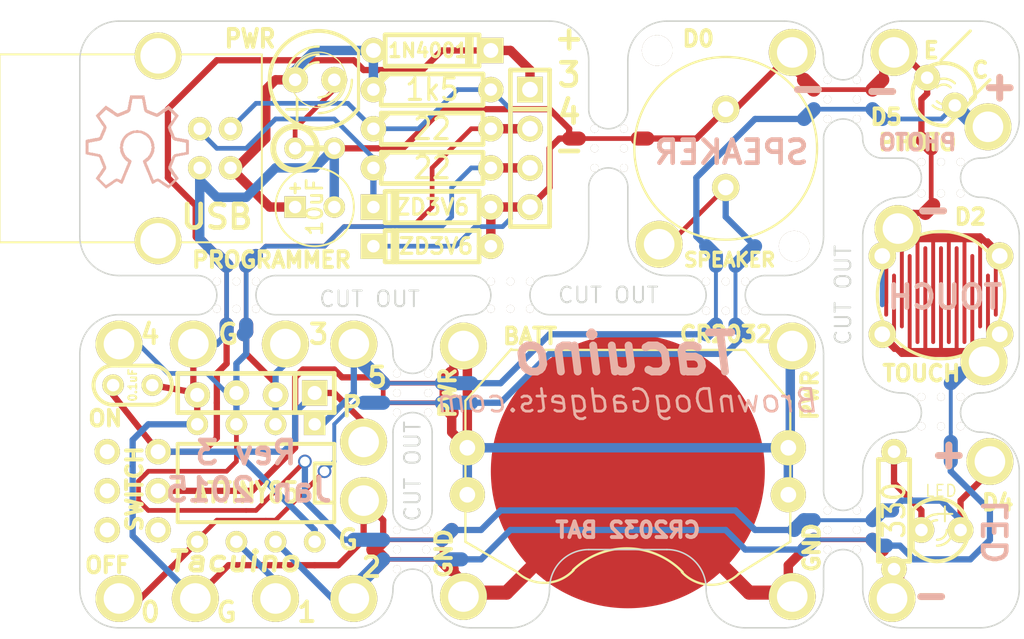
<source format=kicad_pcb>
(kicad_pcb (version 3) (host pcbnew "(2013-07-07 BZR 4022)-stable")
  (layers (15 F.Cu signal hide) (0 B.Cu signal hide) (18 B.Paste user hide) (19 F.Paste user) (20 B.SilkS user) (21 F.SilkS user hide) (22 B.Mask user) (23 F.Mask user) (28 Edge.Cuts user))
  (net 0 "")
  (net 1 +5V)
  (net 2 +BATT)
  (net 3 GND)
  (net 4 N-000001)
  (net 5 N-0000010)
  (net 6 N-0000011)
  (net 7 N-0000012)
  (net 8 N-0000013)
  (net 9 N-0000014)
  (net 10 N-0000015)
  (net 11 N-0000016)
  (net 12 N-000002)
  (net 13 N-000005)
  (net 14 N-000006)
  (module D3 (layer F.Cu) (at 129.54 104.775)
    (fp_text reference 1N4001 (at -0.254 0) (layer F.SilkS) (effects (font (size 0.889 0.889) (thickness 0.2032))))
    (fp_text value DIODE hide)
    (pad 2 thru_hole rect (at 3.81 0) (size 1.651 1.651) (drill 0.9652) (layers *.Cu *.Mask F.SilkS) (net 2 +BATT))
    (pad 1 thru_hole circle (at -3.81 0) (size 1.651 1.651) (drill 0.9652) (layers *.Cu *.Mask F.SilkS) (net 1 +5V))
  )
  (module SIL-4 (layer F.Cu) (at 118.11 127 180)
    (fp_text reference P1 hide)
    (fp_text value CONN_4 hide)
    (pad 1 thru_hole rect (at -3.81 0 180) (size 1.651 1.651) (drill 0.9144) (layers *.Cu F.SilkS F.Mask) (net 2 +BATT))
    (pad 2 thru_hole circle (at -1.27 -0.127 180) (size 1.651 1.651) (drill 0.9144) (layers *.Cu F.SilkS F.Mask) (net 9 N-0000014))
    (pad 3 thru_hole circle (at 1.27 0 180) (size 1.651 1.651) (drill 0.9144) (layers *.Cu F.SilkS F.Mask) (net 6 N-0000011))
    (pad 4 thru_hole circle (at 3.81 -0.127 180) (size 1.651 1.651) (drill 0.9144) (layers *.Cu F.SilkS F.Mask) (net 3 GND))
  )
  (module SW_SPST (layer F.Cu) (at 111.76 133.35)
    (fp_text reference SW2 hide)
    (fp_text value ON (at -3.429 -4.699) (layer F.SilkS) (effects (font (size 1.016 1.016) (thickness 0.254))))
    (pad 2 thru_hole circle (at 0 0) (size 1.651 1.651) (drill 0.9652) (layers *.Cu *.Mask F.SilkS) (net 4 N-000001))
    (pad 1 thru_hole circle (at 0 -2.54) (size 1.651 1.651) (drill 0.9652) (layers *.Cu *.Mask F.SilkS) (net 2 +BATT))
    (pad 3 thru_hole circle (at 0 2.54) (size 1.651 1.651) (drill 0.9652) (layers *.Cu *.Mask F.SilkS))
    (pad 3 thru_hole circle (at -3.302 -2.54) (size 1.651 1.651) (drill 0.9652) (layers *.Cu *.Mask F.SilkS))
    (pad 3 thru_hole circle (at -3.302 0) (size 1.651 1.651) (drill 0.9652) (layers *.Cu *.Mask F.SilkS))
    (pad 3 thru_hole circle (at -3.302 2.54) (size 1.651 1.651) (drill 0.9652) (layers *.Cu *.Mask F.SilkS))
  )
  (module SIL-4 (layer F.Cu) (at 135.89 111.125 270)
    (fp_text reference P2 hide)
    (fp_text value CONN_4 hide)
    (pad 1 thru_hole rect (at -3.81 0 270) (size 1.6764 1.6764) (drill 1.016) (layers *.Cu *.Mask F.SilkS) (net 2 +BATT))
    (pad 2 thru_hole circle (at -1.27 0 270) (size 1.6764 1.6764) (drill 1.016) (layers *.Cu *.Mask F.SilkS) (net 9 N-0000014))
    (pad 3 thru_hole circle (at 1.27 0 270) (size 1.6764 1.6764) (drill 1.016) (layers *.Cu *.Mask F.SilkS) (net 6 N-0000011))
    (pad 4 thru_hole circle (at 3.81 0 270) (size 1.6764 1.6764) (drill 1.016) (layers *.Cu *.Mask F.SilkS) (net 3 GND))
  )
  (module C1 (layer F.Cu) (at 110.109 126.492)
    (fp_text reference C1 hide)
    (fp_text value 0.1uF (at 0 0 90) (layer F.SilkS) (effects (font (size 0.508 0.508) (thickness 0.127))))
    (pad 1 thru_hole circle (at -1.27 0) (size 1.397 1.397) (drill 0.8128) (layers *.Cu *.Mask F.SilkS) (net 2 +BATT))
    (pad 2 thru_hole circle (at 1.27 0) (size 1.397 1.397) (drill 0.8128) (layers *.Cu *.Mask F.SilkS) (net 3 GND))
  )
  (module SW_PUSH_TOUCH (layer F.Cu) (at 162.56 120.65 180)
    (fp_text reference SW1 hide)
    (fp_text value TOUCH (at 1.27 -5.08 180) (layer F.SilkS) (effects (font (size 1.016 1.016) (thickness 0.254))))
    (fp_line (start 3.556 2.032) (end 3.556 -1.27) (layer F.Cu) (width 0.254))
    (fp_line (start -3.556 2.032) (end -3.556 -1.27) (layer F.Cu) (width 0.254))
    (fp_line (start 3.556 2.032) (end 3.556 -0.508) (layer F.Cu) (width 0.254))
    (fp_line (start 3.048 -2.286) (end 3.048 1.27) (layer F.Cu) (width 0.254))
    (fp_line (start -3.048 -2.54) (end -3.048 1.27) (layer F.Cu) (width 0.254))
    (fp_line (start -2.54 3.556) (end -2.54 -2.032) (layer F.Cu) (width 0.254))
    (fp_line (start 2.54 3.556) (end 2.54 -2.032) (layer F.Cu) (width 0.254))
    (fp_line (start -2.032 -3.556) (end -2.032 2.54) (layer F.Cu) (width 0.254))
    (fp_line (start 2.032 -3.556) (end 2.032 2.54) (layer F.Cu) (width 0.254))
    (fp_line (start -1.524 3.556) (end -1.524 -3.048) (layer F.Cu) (width 0.254))
    (fp_line (start 1.524 3.556) (end 1.524 -3.048) (layer F.Cu) (width 0.254))
    (fp_line (start 1.016 -3.556) (end 1.016 3.048) (layer F.Cu) (width 0.254))
    (fp_line (start -1.016 -3.556) (end -1.016 3.048) (layer F.Cu) (width 0.254))
    (fp_line (start -0.508 3.556) (end -0.508 -3.048) (layer F.Cu) (width 0.254))
    (fp_line (start 0.508 3.556) (end 0.508 -3.048) (layer F.Cu) (width 0.254))
    (fp_line (start 0 -3.556) (end 0 3.048) (layer F.Cu) (width 0.254))
    (fp_line (start -3.302 -3.048) (end -2.794 -3.556) (layer F.Cu) (width 0.254))
    (fp_line (start -2.794 -3.556) (end 3.048 -3.556) (layer F.Cu) (width 0.254))
    (fp_line (start 3.048 -3.556) (end 3.556 -3.048) (layer F.Cu) (width 0.254))
    (fp_line (start -3.556 3.048) (end -3.048 3.556) (layer F.Cu) (width 0.254))
    (fp_line (start -3.048 3.556) (end 2.794 3.556) (layer F.Cu) (width 0.254))
    (fp_line (start 2.794 3.556) (end 3.302 3.048) (layer F.Cu) (width 0.254))
    (pad 1 thru_hole circle (at 3.81 -2.54 180) (size 1.778 1.778) (drill 1.016) (layers *.Cu *.Mask F.SilkS) (net 12 N-000002))
    (pad 2 thru_hole circle (at 3.81 2.54 180) (size 1.778 1.778) (drill 1.016) (layers *.Cu *.Mask F.SilkS) (net 3 GND))
    (pad 1 thru_hole circle (at -3.81 -2.54 180) (size 1.778 1.778) (drill 1.016) (layers *.Cu *.Mask F.SilkS) (net 12 N-000002))
    (pad 2 thru_hole circle (at -3.81 2.54 180) (size 1.778 1.778) (drill 1.016) (layers *.Cu *.Mask F.SilkS) (net 3 GND))
  )
  (module SPEAKER (layer F.Cu) (at 148.59 111.125)
    (fp_text reference SP1 hide)
    (fp_text value SPEAKER (at 0.254 7.239) (layer F.SilkS) (effects (font (size 0.889 0.889) (thickness 0.22225))))
    (pad 2 thru_hole circle (at 0 2.54) (size 1.778 1.778) (drill 1.016) (layers *.Cu *.Mask F.SilkS) (net 7 N-0000012))
    (pad 1 thru_hole circle (at 0 -2.54) (size 1.778 1.778) (drill 1.016) (layers *.Cu *.Mask F.SilkS) (net 3 GND))
  )
  (module USB_B (layer F.Cu) (at 111.76 111.125 270)
    (fp_text reference J1 hide)
    (fp_text value USB (at 4.445 -3.81 360) (layer F.SilkS) (effects (font (size 1.524 1.524) (thickness 0.3048))))
    (pad 1 thru_hole circle (at 1.27 -4.699 270) (size 1.524 1.524) (drill 0.8128) (layers *.Cu *.Mask F.SilkS) (net 1 +5V))
    (pad 2 thru_hole circle (at -1.27 -4.699 270) (size 1.524 1.524) (drill 0.8128) (layers *.Cu *.Mask F.SilkS) (net 5 N-0000010))
    (pad 3 thru_hole circle (at -1.27 -2.70002 270) (size 1.524 1.524) (drill 0.8128) (layers *.Cu *.Mask F.SilkS) (net 10 N-0000015))
    (pad 4 thru_hole circle (at 1.27 -2.70002 270) (size 1.524 1.524) (drill 0.8128) (layers *.Cu *.Mask F.SilkS) (net 3 GND))
    (pad 5 thru_hole circle (at 5.99948 0 270) (size 3.048 3.048) (drill 2.30124) (layers *.Cu *.Mask F.SilkS))
    (pad 6 thru_hole circle (at -5.99948 0 270) (size 3.048 3.048) (drill 2.30124) (layers *.Cu *.Mask F.SilkS))
  )
  (module DIP-8__300 (layer F.Cu) (at 118.11 132.842 180)
    (fp_text reference IC1 hide)
    (fp_text value ATTINY85 (at 0.635 -0.635 180) (layer F.SilkS) (effects (font (size 1.27 1.016) (thickness 0.254))))
    (pad 1 thru_hole rect (at -3.81 3.81 180) (size 1.397 1.397) (drill 0.8128) (layers *.Cu *.Mask F.SilkS) (net 13 N-000005))
    (pad 2 thru_hole circle (at -1.27 3.81 180) (size 1.397 1.397) (drill 0.8128) (layers *.Cu *.Mask F.SilkS) (net 9 N-0000014))
    (pad 3 thru_hole circle (at 1.27 3.81 180) (size 1.397 1.397) (drill 0.8128) (layers *.Cu *.Mask F.SilkS) (net 6 N-0000011))
    (pad 4 thru_hole circle (at 3.81 3.81 180) (size 1.397 1.397) (drill 0.8128) (layers *.Cu *.Mask F.SilkS) (net 3 GND))
    (pad 5 thru_hole circle (at 3.81 -3.81 180) (size 1.397 1.397) (drill 0.8128) (layers *.Cu *.Mask F.SilkS) (net 7 N-0000012))
    (pad 6 thru_hole circle (at 1.27 -3.81 180) (size 1.397 1.397) (drill 0.8128) (layers *.Cu *.Mask F.SilkS) (net 8 N-0000013))
    (pad 7 thru_hole circle (at -1.27 -3.81 180) (size 1.397 1.397) (drill 0.8128) (layers *.Cu *.Mask F.SilkS) (net 12 N-000002))
    (pad 8 thru_hole circle (at -3.81 -3.81 180) (size 1.397 1.397) (drill 0.8128) (layers *.Cu *.Mask F.SilkS) (net 2 +BATT))
  )
  (module D3 (layer F.Cu) (at 129.54 117.475 180)
    (fp_text reference D5 hide)
    (fp_text value ZD3V6 (at -0.254 0 180) (layer F.SilkS) (effects (font (size 1.016 1.016) (thickness 0.2032))))
    (pad 2 thru_hole rect (at 3.81 0 180) (size 1.651 1.651) (drill 0.8128) (layers *.Cu *.Mask F.SilkS) (net 5 N-0000010))
    (pad 1 thru_hole circle (at -3.81 0 180) (size 1.651 1.651) (drill 0.8128) (layers *.Cu *.Mask F.SilkS) (net 3 GND))
  )
  (module R3-LARGE_PADS (layer F.Cu) (at 129.54 107.315)
    (fp_text reference R2 hide)
    (fp_text value 1k5 (at 0 0) (layer F.SilkS) (effects (font (size 1.397 1.27) (thickness 0.2032))))
    (pad 1 thru_hole circle (at -3.81 0) (size 1.651 1.651) (drill 0.8128) (layers *.Cu *.Mask F.SilkS) (net 1 +5V))
    (pad 2 thru_hole circle (at 3.81 0) (size 1.651 1.651) (drill 0.8128) (layers *.Cu *.Mask F.SilkS) (net 5 N-0000010))
  )
  (module R3-LARGE_PADS (layer F.Cu) (at 129.54 112.395)
    (fp_text reference R3 hide)
    (fp_text value 22 (at 0 0) (layer F.SilkS) (effects (font (size 1.397 1.27) (thickness 0.2032))))
    (pad 1 thru_hole circle (at -3.81 0) (size 1.651 1.651) (drill 0.8128) (layers *.Cu *.Mask F.SilkS) (net 10 N-0000015))
    (pad 2 thru_hole circle (at 3.81 0) (size 1.651 1.651) (drill 0.8128) (layers *.Cu *.Mask F.SilkS) (net 6 N-0000011))
  )
  (module R3-LARGE_PADS (layer F.Cu) (at 129.54 109.855)
    (fp_text reference R4 hide)
    (fp_text value 22 (at 0 0) (layer F.SilkS) (effects (font (size 1.397 1.27) (thickness 0.2032))))
    (pad 1 thru_hole circle (at -3.81 0) (size 1.651 1.651) (drill 0.8128) (layers *.Cu *.Mask F.SilkS) (net 5 N-0000010))
    (pad 2 thru_hole circle (at 3.81 0) (size 1.651 1.651) (drill 0.8128) (layers *.Cu *.Mask F.SilkS) (net 9 N-0000014))
  )
  (module R3-LARGE_PADS (layer F.Cu) (at 159.512 134.62 90)
    (fp_text reference R1 hide)
    (fp_text value 330 (at 0 0 90) (layer F.SilkS) (effects (font (size 1.397 1.27) (thickness 0.2032))))
    (pad 1 thru_hole circle (at -3.81 0 90) (size 1.651 1.651) (drill 0.8128) (layers *.Cu *.Mask F.SilkS) (net 3 GND))
    (pad 2 thru_hole circle (at 3.81 0 90) (size 1.651 1.651) (drill 0.8128) (layers *.Cu *.Mask F.SilkS) (net 11 N-0000016))
  )
  (module C1V5 (layer F.Cu) (at 121.92 114.935)
    (fp_text reference C2 hide)
    (fp_text value 10uF (at 0 0 90) (layer F.SilkS) (effects (font (size 1.016 1.016) (thickness 0.1778))))
    (fp_text user + (at -1.27 -1.27) (layer F.SilkS) (effects (font (size 0.762 0.762) (thickness 0.2032))))
    (pad 1 thru_hole rect (at -1.27 0) (size 1.397 1.397) (drill 0.8128) (layers *.Cu *.Mask F.SilkS) (net 1 +5V))
    (pad 2 thru_hole circle (at 1.27 0) (size 1.397 1.397) (drill 0.8128) (layers *.Cu *.Mask F.SilkS) (net 3 GND))
  )
  (module BATT_CR2032 (layer F.Cu) (at 142.24 132.08)
    (fp_text reference BT1 hide)
    (fp_text value BATTERY hide)
    (pad 1 thru_hole circle (at -10.414 1.524) (size 2.286 2.286) (drill 1.016) (layers *.Cu *.Mask F.SilkS) (net 4 N-000001))
    (pad 1 thru_hole circle (at 10.414 1.524) (size 2.286 2.286) (drill 1.016) (layers *.Cu *.Mask F.SilkS) (net 4 N-000001))
    (pad 1 thru_hole circle (at -10.414 -1.524) (size 2.286 2.286) (drill 1.016) (layers *.Cu *.Mask F.SilkS) (net 4 N-000001))
    (pad 1 thru_hole circle (at 10.414 -1.524) (size 2.286 2.286) (drill 1.016) (layers *.Cu *.Mask F.SilkS) (net 4 N-000001))
    (pad 2 smd circle (at 0 0) (size 17.78 17.78) (layers F.Cu F.Paste F.Mask) (net 3 GND))
  )
  (module 1pin-Sew-thin (layer F.Cu) (at 125.095 133.985 90)
    (fp_text reference PDGND1 hide)
    (fp_text value G (at -2.54 -1.016 180) (layer F.SilkS) (effects (font (size 1.27 1.27) (thickness 0.254))))
    (pad 1 thru_hole circle (at 0 0 90) (size 3.048 3.048) (drill 1.984375) (layers *.Cu *.Mask F.SilkS) (net 3 GND))
  )
  (module 1pin-Sew-thin (layer F.Cu) (at 124.46 123.825 90)
    (fp_text reference PD5 hide)
    (fp_text value 5 (at -2.159 1.524 180) (layer F.SilkS) (effects (font (size 1.27 1.27) (thickness 0.254))))
    (pad 1 thru_hole circle (at 0 0 90) (size 3.048 3.048) (drill 1.984375) (layers *.Cu *.Mask F.SilkS) (net 13 N-000005))
  )
  (module 1pin-Sew-thin (layer F.Cu) (at 119.38 140.335 90)
    (fp_text reference PD1 hide)
    (fp_text value 1 (at -0.889 2.032 180) (layer F.SilkS) (effects (font (size 1.27 1.27) (thickness 0.254))))
    (pad 1 thru_hole circle (at 0 0 90) (size 3.048 3.048) (drill 1.984375) (layers *.Cu *.Mask F.SilkS) (net 8 N-0000013))
  )
  (module 1pin-Sew-thin (layer F.Cu) (at 109.22 140.335 90)
    (fp_text reference PD0 hide)
    (fp_text value 0 (at -0.889 2.032 180) (layer F.SilkS) (effects (font (size 1.27 1.27) (thickness 0.254))))
    (pad 1 thru_hole circle (at 0 0 90) (size 3.048 3.048) (drill 1.984375) (layers *.Cu *.Mask F.SilkS) (net 7 N-0000012))
  )
  (module 1pin-Sew-thin (layer F.Cu) (at 124.46 140.335 90)
    (fp_text reference PD2 hide)
    (fp_text value 2 (at 2.032 1.143 180) (layer F.SilkS) (effects (font (size 1.27 1.27) (thickness 0.254))))
    (pad 1 thru_hole circle (at 0 0 90) (size 3.048 3.048) (drill 1.984375) (layers *.Cu *.Mask F.SilkS) (net 12 N-000002))
  )
  (module 1pin-Sew-thin (layer F.Cu) (at 165.608 109.728)
    (fp_text reference P_2 hide)
    (fp_text value " " hide)
    (pad 1 thru_hole circle (at 0 0) (size 3.048 3.048) (drill 1.984375) (layers *.Cu *.Mask F.SilkS) (net 13 N-000005))
  )
  (module 1pin-Sew-thin (layer F.Cu) (at 159.512 104.902)
    (fp_text reference P_1 hide)
    (fp_text value " " hide)
    (pad 1 thru_hole circle (at 0 0) (size 3.048 3.048) (drill 1.984375) (layers *.Cu *.Mask F.SilkS) (net 3 GND))
  )
  (module 1pin-Sew-thin (layer F.Cu) (at 165.735 131.445 90)
    (fp_text reference L1_C2 hide)
    (fp_text value " " (at 0 2.794 90) (layer F.SilkS) (effects (font (size 1.016 1.016) (thickness 0.254))))
    (pad 1 thru_hole circle (at 0 0 90) (size 3.048 3.048) (drill 1.984375) (layers *.Cu *.Mask F.SilkS) (net 6 N-0000011))
  )
  (module 1pin-Sew-thin (layer F.Cu) (at 159.385 140.335 90)
    (fp_text reference L1_C1 hide)
    (fp_text value " " (at 0 2.54 90) (layer F.SilkS) (effects (font (size 1.016 1.016) (thickness 0.254))))
    (pad 1 thru_hole circle (at 0 0 90) (size 3.048 3.048) (drill 1.984375) (layers *.Cu *.Mask F.SilkS) (net 3 GND))
  )
  (module 1pin-Sew-thin (layer F.Cu) (at 165.354 124.968)
    (fp_text reference S_C2 hide)
    (fp_text value " " hide)
    (pad 1 thru_hole circle (at 0 0) (size 3.048 3.048) (drill 1.984375) (layers *.Cu *.Mask F.SilkS) (net 12 N-000002))
  )
  (module 1pin-Sew-thin (layer F.Cu) (at 144.272 117.348)
    (fp_text reference S_C1 hide)
    (fp_text value " " hide)
    (pad 1 thru_hole circle (at 0 0) (size 3.048 3.048) (drill 1.984375) (layers *.Cu *.Mask F.SilkS) (net 7 N-0000012))
  )
  (module 1pin-Sew-thin (layer F.Cu) (at 152.908 104.902)
    (fp_text reference B_C2 hide)
    (fp_text value CONN_1 hide)
    (pad 1 thru_hole circle (at 0 0) (size 3.048 3.048) (drill 1.984375) (layers *.Cu *.Mask F.SilkS) (net 3 GND))
  )
  (module 1pin-Sew-thin (layer F.Cu) (at 159.766 116.332)
    (fp_text reference B_C1 hide)
    (fp_text value " " hide)
    (pad 1 thru_hole circle (at 0 0) (size 3.048 3.048) (drill 1.984375) (layers *.Cu *.Mask F.SilkS) (net 3 GND))
  )
  (module 1pin-Sew-thin (layer F.Cu) (at 131.572 140.208)
    (fp_text reference B_N1 hide)
    (fp_text value GND (at -1.27 -2.794 90) (layer F.SilkS) (effects (font (size 1.016 1.016) (thickness 0.254))))
    (pad 1 thru_hole circle (at 0 0) (size 3.048 3.048) (drill 1.984375) (layers *.Cu *.Mask F.SilkS) (net 3 GND))
  )
  (module 1pin-Sew-thin (layer F.Cu) (at 152.908 140.208)
    (fp_text reference B_N2 hide)
    (fp_text value GND (at 1.27 -3.175 90) (layer F.SilkS) (effects (font (size 1.016 1.016) (thickness 0.254))))
    (pad 1 thru_hole circle (at 0 0) (size 3.048 3.048) (drill 1.984375) (layers *.Cu *.Mask F.SilkS) (net 3 GND))
  )
  (module 1pin-Sew-thin (layer F.Cu) (at 131.572 123.952)
    (fp_text reference B_P2 hide)
    (fp_text value PWR (at -1.016 3.048 90) (layer F.SilkS) (effects (font (size 1.016 1.016) (thickness 0.254))))
    (pad 1 thru_hole circle (at 0 0) (size 3.048 3.048) (drill 1.984375) (layers *.Cu *.Mask F.SilkS) (net 4 N-000001))
  )
  (module 1pin-Sew-thin (layer F.Cu) (at 114.046 123.825 90)
    (fp_text reference PDGND2 hide)
    (fp_text value " G" (at 0.635 1.778 180) (layer F.SilkS) (effects (font (size 1.27 1.27) (thickness 0.254))))
    (pad 1 thru_hole circle (at 0 0 90) (size 3.048 3.048) (drill 1.984375) (layers *.Cu *.Mask F.SilkS) (net 3 GND))
  )
  (module LED-3MM (layer F.Cu) (at 162.56 107.442 315)
    (fp_text reference Q1 hide)
    (fp_text value PHOTO hide)
    (pad 1 thru_hole circle (at -1.27 0 315) (size 1.6764 1.6764) (drill 0.8128) (layers *.Cu *.Mask F.SilkS) (net 3 GND))
    (pad 2 thru_hole circle (at 1.27 0) (size 1.6764 1.6764) (drill 0.8128) (layers *.Cu *.Mask F.SilkS) (net 13 N-000005))
  )
  (module OSHW_r_silk_23 (layer F.Cu) (at 107.061 107.696)
    (fp_text reference OSHW_r_silk_23 hide)
    (fp_text value "" (at 0 0) (layer F.SilkS) (effects (font (size 1.524 1.524))))
  )
  (module 3hole_mousebite (layer F.Cu) (at 116.84 121.92)
    (fp_text reference p hide)
    (fp_text value P hide)
    (pad "" thru_hole circle (at 0 -0.381) (size 0.508 0.508) (drill 0.508) (layers *.Cu *.Mask F.SilkS))
    (pad 1 thru_hole circle (at -1.27 -0.381) (size 0.508 0.508) (drill 0.508) (layers *.Cu *.Mask F.SilkS))
    (pad 2 thru_hole circle (at 1.27 -0.381) (size 0.508 0.508) (drill 0.508) (layers *.Cu *.Mask F.SilkS))
  )
  (module 3hole_mousebite (layer F.Cu) (at 116.84 119.38 180)
    (fp_text reference p hide)
    (fp_text value P hide)
    (pad "" thru_hole circle (at 0 -0.381 180) (size 0.508 0.508) (drill 0.508) (layers *.Cu *.Mask F.SilkS))
    (pad 1 thru_hole circle (at -1.27 -0.381 180) (size 0.508 0.508) (drill 0.508) (layers *.Cu *.Mask F.SilkS))
    (pad 2 thru_hole circle (at 1.27 -0.381 180) (size 0.508 0.508) (drill 0.508) (layers *.Cu *.Mask F.SilkS))
  )
  (module 078hole (layer F.Cu) (at 153.035 117.475)
    (fp_text reference HOLE_1 hide)
    (fp_text value CONN_1 hide)
    (pad "" thru_hole circle (at 0 0) (size 1.984375 1.984375) (drill 1.984375) (layers *.Cu F.SilkS))
  )
  (module 078hole (layer F.Cu) (at 144.145 104.775)
    (fp_text reference HOLE_2 hide)
    (fp_text value CONN_1 hide)
    (pad "" thru_hole circle (at 0 0) (size 1.984375 1.984375) (drill 1.984375) (layers *.Cu F.SilkS))
  )
  (module 1pin-Sew-thin (layer F.Cu) (at 152.908 123.952)
    (fp_text reference B_P1 hide)
    (fp_text value PWR (at 1.143 3.175 90) (layer F.SilkS) (effects (font (size 1.016 1.016) (thickness 0.254))))
    (pad 1 thru_hole circle (at 0 0) (size 3.048 3.048) (drill 1.984375) (layers *.Cu *.Mask F.SilkS) (net 4 N-000001))
  )
  (module D3 (layer F.Cu) (at 129.54 114.935 180)
    (fp_text reference D3 hide)
    (fp_text value ZD3V6 (at 0 0 180) (layer F.SilkS) (effects (font (size 1.016 1.016) (thickness 0.2032))))
    (pad 2 thru_hole rect (at 3.81 0 180) (size 1.651 1.651) (drill 0.8128) (layers *.Cu *.Mask F.SilkS) (net 10 N-0000015))
    (pad 1 thru_hole circle (at -3.81 0 180) (size 1.651 1.651) (drill 0.8128) (layers *.Cu *.Mask F.SilkS) (net 3 GND))
  )
  (module 3hole_mousebite (layer F.Cu) (at 134.62 121.92)
    (fp_text reference p hide)
    (fp_text value P hide)
    (pad "" thru_hole circle (at 0 -0.381) (size 0.508 0.508) (drill 0.508) (layers *.Cu *.Mask F.SilkS))
    (pad 1 thru_hole circle (at -1.27 -0.381) (size 0.508 0.508) (drill 0.508) (layers *.Cu *.Mask F.SilkS))
    (pad 2 thru_hole circle (at 1.27 -0.381) (size 0.508 0.508) (drill 0.508) (layers *.Cu *.Mask F.SilkS))
  )
  (module 3hole_mousebite (layer F.Cu) (at 134.62 119.38 180)
    (fp_text reference p hide)
    (fp_text value P hide)
    (pad "" thru_hole circle (at 0 -0.381 180) (size 0.508 0.508) (drill 0.508) (layers *.Cu *.Mask F.SilkS))
    (pad 1 thru_hole circle (at -1.27 -0.381 180) (size 0.508 0.508) (drill 0.508) (layers *.Cu *.Mask F.SilkS))
    (pad 2 thru_hole circle (at 1.27 -0.381 180) (size 0.508 0.508) (drill 0.508) (layers *.Cu *.Mask F.SilkS))
  )
  (module 3hole_mousebite (layer F.Cu) (at 148.59 119.38 180)
    (fp_text reference p hide)
    (fp_text value P hide)
    (pad "" thru_hole circle (at 0 -0.381 180) (size 0.508 0.508) (drill 0.508) (layers *.Cu *.Mask F.SilkS))
    (pad 1 thru_hole circle (at -1.27 -0.381 180) (size 0.508 0.508) (drill 0.508) (layers *.Cu *.Mask F.SilkS))
    (pad 2 thru_hole circle (at 1.27 -0.381 180) (size 0.508 0.508) (drill 0.508) (layers *.Cu *.Mask F.SilkS))
  )
  (module 3hole_mousebite (layer F.Cu) (at 148.59 121.285 180)
    (fp_text reference p hide)
    (fp_text value P hide)
    (pad "" thru_hole circle (at 0 -0.381 180) (size 0.508 0.508) (drill 0.508) (layers *.Cu *.Mask F.SilkS))
    (pad 1 thru_hole circle (at -1.27 -0.381 180) (size 0.508 0.508) (drill 0.508) (layers *.Cu *.Mask F.SilkS))
    (pad 2 thru_hole circle (at 1.27 -0.381 180) (size 0.508 0.508) (drill 0.508) (layers *.Cu *.Mask F.SilkS))
  )
  (module 3hole_mousebite (layer F.Cu) (at 139.7 111.125 270)
    (fp_text reference p hide)
    (fp_text value P hide)
    (pad "" thru_hole circle (at 0 -0.381 270) (size 0.508 0.508) (drill 0.508) (layers *.Cu *.Mask F.SilkS))
    (pad 1 thru_hole circle (at -1.27 -0.381 270) (size 0.508 0.508) (drill 0.508) (layers *.Cu *.Mask F.SilkS))
    (pad 2 thru_hole circle (at 1.27 -0.381 270) (size 0.508 0.508) (drill 0.508) (layers *.Cu *.Mask F.SilkS))
  )
  (module 3hole_mousebite (layer F.Cu) (at 141.605 111.125 270)
    (fp_text reference p hide)
    (fp_text value P hide)
    (pad "" thru_hole circle (at 0 -0.381 270) (size 0.508 0.508) (drill 0.508) (layers *.Cu *.Mask F.SilkS))
    (pad 1 thru_hole circle (at -1.27 -0.381 270) (size 0.508 0.508) (drill 0.508) (layers *.Cu *.Mask F.SilkS))
    (pad 2 thru_hole circle (at 1.27 -0.381 270) (size 0.508 0.508) (drill 0.508) (layers *.Cu *.Mask F.SilkS))
  )
  (module 3hole_mousebite (layer F.Cu) (at 162.56 113.665 180)
    (fp_text reference p hide)
    (fp_text value P hide)
    (pad "" thru_hole circle (at 0 -0.381 180) (size 0.508 0.508) (drill 0.508) (layers *.Cu *.Mask F.SilkS))
    (pad 1 thru_hole circle (at -1.27 -0.381 180) (size 0.508 0.508) (drill 0.508) (layers *.Cu *.Mask F.SilkS))
    (pad 2 thru_hole circle (at 1.27 -0.381 180) (size 0.508 0.508) (drill 0.508) (layers *.Cu *.Mask F.SilkS))
  )
  (module 3hole_mousebite (layer F.Cu) (at 162.56 112.395)
    (fp_text reference p hide)
    (fp_text value P hide)
    (pad "" thru_hole circle (at 0 -0.381) (size 0.508 0.508) (drill 0.508) (layers *.Cu *.Mask F.SilkS))
    (pad 1 thru_hole circle (at -1.27 -0.381) (size 0.508 0.508) (drill 0.508) (layers *.Cu *.Mask F.SilkS))
    (pad 2 thru_hole circle (at 1.27 -0.381) (size 0.508 0.508) (drill 0.508) (layers *.Cu *.Mask F.SilkS))
  )
  (module 3hole_mousebite (layer F.Cu) (at 155.575 107.95 90)
    (fp_text reference p hide)
    (fp_text value P hide)
    (pad "" thru_hole circle (at 0 -0.381 90) (size 0.508 0.508) (drill 0.508) (layers *.Cu *.Mask F.SilkS))
    (pad 1 thru_hole circle (at -1.27 -0.381 90) (size 0.508 0.508) (drill 0.508) (layers *.Cu *.Mask F.SilkS))
    (pad 2 thru_hole circle (at 1.27 -0.381 90) (size 0.508 0.508) (drill 0.508) (layers *.Cu *.Mask F.SilkS))
  )
  (module 3hole_mousebite (layer F.Cu) (at 157.48 107.95 90)
    (fp_text reference p hide)
    (fp_text value P hide)
    (pad "" thru_hole circle (at 0 -0.381 90) (size 0.508 0.508) (drill 0.508) (layers *.Cu *.Mask F.SilkS))
    (pad 1 thru_hole circle (at -1.27 -0.381 90) (size 0.508 0.508) (drill 0.508) (layers *.Cu *.Mask F.SilkS))
    (pad 2 thru_hole circle (at 1.27 -0.381 90) (size 0.508 0.508) (drill 0.508) (layers *.Cu *.Mask F.SilkS))
  )
  (module 3hole_mousebite (layer F.Cu) (at 155.575 135.89 90)
    (fp_text reference p hide)
    (fp_text value P hide)
    (pad "" thru_hole circle (at 0 -0.381 90) (size 0.508 0.508) (drill 0.508) (layers *.Cu *.Mask F.SilkS))
    (pad 1 thru_hole circle (at -1.27 -0.381 90) (size 0.508 0.508) (drill 0.508) (layers *.Cu *.Mask F.SilkS))
    (pad 2 thru_hole circle (at 1.27 -0.381 90) (size 0.508 0.508) (drill 0.508) (layers *.Cu *.Mask F.SilkS))
  )
  (module 3hole_mousebite (layer F.Cu) (at 157.48 135.89 90)
    (fp_text reference p hide)
    (fp_text value P hide)
    (pad "" thru_hole circle (at 0 -0.381 90) (size 0.508 0.508) (drill 0.508) (layers *.Cu *.Mask F.SilkS))
    (pad 1 thru_hole circle (at -1.27 -0.381 90) (size 0.508 0.508) (drill 0.508) (layers *.Cu *.Mask F.SilkS))
    (pad 2 thru_hole circle (at 1.27 -0.381 90) (size 0.508 0.508) (drill 0.508) (layers *.Cu *.Mask F.SilkS))
  )
  (module 3hole_mousebite (layer F.Cu) (at 162.56 129.54)
    (fp_text reference p hide)
    (fp_text value P hide)
    (pad "" thru_hole circle (at 0 -0.381) (size 0.508 0.508) (drill 0.508) (layers *.Cu *.Mask F.SilkS))
    (pad 1 thru_hole circle (at -1.27 -0.381) (size 0.508 0.508) (drill 0.508) (layers *.Cu *.Mask F.SilkS))
    (pad 2 thru_hole circle (at 1.27 -0.381) (size 0.508 0.508) (drill 0.508) (layers *.Cu *.Mask F.SilkS))
  )
  (module 3hole_mousebite (layer F.Cu) (at 162.56 127.635)
    (fp_text reference p hide)
    (fp_text value P hide)
    (pad "" thru_hole circle (at 0 -0.381) (size 0.508 0.508) (drill 0.508) (layers *.Cu *.Mask F.SilkS))
    (pad 1 thru_hole circle (at -1.27 -0.381) (size 0.508 0.508) (drill 0.508) (layers *.Cu *.Mask F.SilkS))
    (pad 2 thru_hole circle (at 1.27 -0.381) (size 0.508 0.508) (drill 0.508) (layers *.Cu *.Mask F.SilkS))
  )
  (module R1 (layer F.Cu) (at 121.92 111.125)
    (fp_text reference R6 hide)
    (fp_text value 330 hide)
    (pad 1 thru_hole circle (at -1.27 0) (size 1.397 1.397) (drill 0.8128) (layers *.Cu *.Mask F.SilkS) (net 14 N-000006))
    (pad 2 thru_hole circle (at 1.27 0) (size 1.397 1.397) (drill 0.8128) (layers *.Cu *.Mask F.SilkS) (net 3 GND))
  )
  (module LED-5MM (layer F.Cu) (at 121.92 106.68)
    (fp_text reference D2 hide)
    (fp_text value PWR hide)
    (fp_text user + (at -1.143 1.778) (layer F.SilkS) (effects (font (size 1.778 1.778) (thickness 0.1778))))
    (pad 1 thru_hole circle (at -1.27 0) (size 1.6764 1.6764) (drill 0.8128) (layers *.Cu *.Mask F.SilkS) (net 1 +5V))
    (pad 2 thru_hole circle (at 1.27 0) (size 1.6764 1.6764) (drill 0.8128) (layers *.Cu *.Mask F.SilkS) (net 14 N-000006))
  )
  (module 3hole_mousebite (layer F.Cu) (at 127.635 137.16 90)
    (fp_text reference p hide)
    (fp_text value P hide)
    (pad "" thru_hole circle (at 0 -0.381 90) (size 0.508 0.508) (drill 0.508) (layers *.Cu *.Mask F.SilkS))
    (pad 1 thru_hole circle (at -1.27 -0.381 90) (size 0.508 0.508) (drill 0.508) (layers *.Cu *.Mask F.SilkS))
    (pad 2 thru_hole circle (at 1.27 -0.381 90) (size 0.508 0.508) (drill 0.508) (layers *.Cu *.Mask F.SilkS))
  )
  (module 3hole_mousebite (layer F.Cu) (at 129.54 137.16 90)
    (fp_text reference p hide)
    (fp_text value P hide)
    (pad "" thru_hole circle (at 0 -0.381 90) (size 0.508 0.508) (drill 0.508) (layers *.Cu *.Mask F.SilkS))
    (pad 1 thru_hole circle (at -1.27 -0.381 90) (size 0.508 0.508) (drill 0.508) (layers *.Cu *.Mask F.SilkS))
    (pad 2 thru_hole circle (at 1.27 -0.381 90) (size 0.508 0.508) (drill 0.508) (layers *.Cu *.Mask F.SilkS))
  )
  (module 3hole_mousebite (layer F.Cu) (at 127.635 127 90)
    (fp_text reference p hide)
    (fp_text value P hide)
    (pad "" thru_hole circle (at 0 -0.381 90) (size 0.508 0.508) (drill 0.508) (layers *.Cu *.Mask F.SilkS))
    (pad 1 thru_hole circle (at -1.27 -0.381 90) (size 0.508 0.508) (drill 0.508) (layers *.Cu *.Mask F.SilkS))
    (pad 2 thru_hole circle (at 1.27 -0.381 90) (size 0.508 0.508) (drill 0.508) (layers *.Cu *.Mask F.SilkS))
  )
  (module 3hole_mousebite (layer F.Cu) (at 128.905 127 270)
    (fp_text reference p hide)
    (fp_text value P hide)
    (pad "" thru_hole circle (at 0 -0.381 270) (size 0.508 0.508) (drill 0.508) (layers *.Cu *.Mask F.SilkS))
    (pad 1 thru_hole circle (at -1.27 -0.381 270) (size 0.508 0.508) (drill 0.508) (layers *.Cu *.Mask F.SilkS))
    (pad 2 thru_hole circle (at 1.27 -0.381 270) (size 0.508 0.508) (drill 0.508) (layers *.Cu *.Mask F.SilkS))
  )
  (module 1pin-Sew-thin (layer F.Cu) (at 125.095 130.175)
    (fp_text reference PDVCC1 hide)
    (fp_text value P (at -0.762 -2.286) (layer F.SilkS) (effects (font (size 1.27 1.27) (thickness 0.254))))
    (pad 1 thru_hole circle (at 0 0) (size 3.048 3.048) (drill 1.984375) (layers *.Cu *.Mask F.SilkS) (net 2 +BATT))
  )
  (module 1pin-Sew-thin (layer F.Cu) (at 114.173 140.335)
    (fp_text reference PDGND3 hide)
    (fp_text value G (at 2.032 0.889) (layer F.SilkS) (effects (font (size 1.27 1.27) (thickness 0.254))))
    (pad 1 thru_hole circle (at 0 0) (size 3.048 3.048) (drill 1.984375) (layers *.Cu *.Mask F.SilkS) (net 3 GND))
  )
  (module 1pin-Sew-thin (layer F.Cu) (at 120.015 123.825)
    (fp_text reference PD3 hide)
    (fp_text value 3 (at 2.159 -0.635) (layer F.SilkS) (effects (font (size 1.27 1.27) (thickness 0.254))))
    (pad 1 thru_hole circle (at 0 0) (size 3.048 3.048) (drill 1.984375) (layers *.Cu *.Mask F.SilkS) (net 9 N-0000014))
  )
  (module 1pin-Sew-thin (layer F.Cu) (at 109.22 123.825)
    (fp_text reference PD4 hide)
    (fp_text value " 4" (at 1.524 -0.635) (layer F.SilkS) (effects (font (size 1.27 1.27) (thickness 0.254))))
    (pad 1 thru_hole circle (at 0 0) (size 3.048 3.048) (drill 1.984375) (layers *.Cu *.Mask F.SilkS) (net 6 N-0000011))
  )
  (module LED-3MM (layer F.Cu) (at 162.56 135.89 180)
    (fp_text reference D4 hide)
    (fp_text value LED (at 0 2.54 180) (layer F.SilkS) (effects (font (size 0.762 0.762) (thickness 0.0889))))
    (fp_text user + (at -0.254 1.143 180) (layer F.SilkS) (effects (font (size 1.27 1.27) (thickness 0.127))))
    (pad 1 thru_hole circle (at -1.27 0 180) (size 1.6764 1.6764) (drill 0.8128) (layers *.Cu *.Mask F.SilkS) (net 6 N-0000011))
    (pad 2 thru_hole circle (at 1.27 0 180) (size 1.6764 1.6764) (drill 0.8128) (layers *.Cu *.Mask F.SilkS) (net 11 N-0000016))
  )
  (gr_text SWITCH (at 110.236 133.223 90) (layer F.SilkS) (effects (font (size 1.016 1.016) (thickness 0.254))))
  (gr_text OFF (at 108.458 138.176) (layer F.SilkS) (effects (font (size 1.016 1.016) (thickness 0.254))))
  (gr_text Tacuino (at 116.713 137.922) (layer F.SilkS) (effects (font (size 1.27 1.5) (thickness 0.3) italic)))
  (gr_text - (at 162.052 115.062) (layer F.SilkS) (effects (font (size 1.778 1.778) (thickness 0.4445)) (justify mirror)))
  (gr_text - (at 162.052 115.062) (layer B.SilkS) (effects (font (size 1.778 1.778) (thickness 0.4445)) (justify mirror)))
  (gr_text - (at 153.924 107.188) (layer F.SilkS) (effects (font (size 1.778 1.778) (thickness 0.4445)) (justify mirror)))
  (gr_text - (at 153.924 107.188) (layer B.SilkS) (effects (font (size 1.778 1.778) (thickness 0.4445)) (justify mirror)))
  (gr_line (start 167.64 105.41) (end 167.64 109.22) (angle 90) (layer Edge.Cuts) (width 0.1))
  (gr_arc (start 165.1 109.22) (end 167.64 109.22) (angle 90) (layer Edge.Cuts) (width 0.1))
  (gr_line (start 160.02 102.87) (end 165.1 102.87) (angle 90) (layer Edge.Cuts) (width 0.1))
  (gr_arc (start 160.02 105.41) (end 157.48 105.41) (angle 90) (layer Edge.Cuts) (width 0.1))
  (gr_text SPEAKER (at 148.971 111.379) (layer B.SilkS) (effects (font (size 1.5 1.5) (thickness 0.3)) (justify mirror)))
  (gr_text PHOTO (at 161.036 110.744) (layer B.SilkS) (effects (font (size 1.016 1.016) (thickness 0.254)) (justify mirror)))
  (gr_text TOUCH (at 162.814 120.777) (layer B.SilkS) (effects (font (size 1.5 1.5) (thickness 0.3)) (justify mirror)))
  (gr_text LED (at 166.116 136.017 90) (layer B.SilkS) (effects (font (size 1.5 1.5) (thickness 0.3)) (justify mirror)))
  (gr_text - (at 161.925 140.335 180) (layer B.SilkS) (effects (font (size 1.778 1.778) (thickness 0.4445))))
  (gr_text + (at 163.068 130.937) (layer B.SilkS) (effects (font (size 1.778 1.778) (thickness 0.4445)) (justify mirror)))
  (gr_text + (at 166.37 107.315 180) (layer B.SilkS) (effects (font (size 1.778 1.778) (thickness 0.4445))))
  (gr_text - (at 158.75 107.315) (layer B.SilkS) (effects (font (size 1.778 1.778) (thickness 0.4445)) (justify mirror)))
  (gr_text BrownDogGadgets.com (at 142.24 127.508) (layer B.SilkS) (effects (font (size 1.4732 1.4732) (thickness 0.1778) italic) (justify mirror)))
  (gr_text CR2032 (at 148.59 123.19) (layer F.SilkS) (effects (font (size 1.016 1.016) (thickness 0.254))))
  (gr_text + (at 166.37 107.315 180) (layer F.SilkS) (effects (font (size 1.778 1.778) (thickness 0.4445))))
  (gr_text - (at 158.75 107.315) (layer F.SilkS) (effects (font (size 1.778 1.778) (thickness 0.4445)) (justify mirror)))
  (gr_text D4 (at 166.243 134.112) (layer F.SilkS) (effects (font (size 1.016 1.016) (thickness 0.254))))
  (gr_text D2 (at 164.465 115.57) (layer F.SilkS) (effects (font (size 1.016 1.016) (thickness 0.254))))
  (gr_text D5 (at 159.004 109.093) (layer F.SilkS) (effects (font (size 1.016 1.016) (thickness 0.254))))
  (gr_text D0 (at 146.812 104.013) (layer F.SilkS) (effects (font (size 1.016 1.016) (thickness 0.254))))
  (gr_text PWR (at 117.729 104.013) (layer F.SilkS) (effects (font (size 1.156005 1.03) (thickness 0.254))))
  (gr_text BATT (at 135.89 123.317) (layer F.SilkS) (effects (font (size 1.016 1.016) (thickness 0.254))))
  (gr_text PHOTO (at 161.036 110.744) (layer F.SilkS) (effects (font (size 1.016 1.016) (thickness 0.254))))
  (gr_line (start 164.465 107.95) (end 165.735 106.68) (angle 90) (layer F.SilkS) (width 0.2))
  (gr_line (start 162.56 105.41) (end 164.465 103.505) (angle 90) (layer F.SilkS) (width 0.2))
  (gr_arc (start 165.1 105.41) (end 165.1 102.87) (angle 90) (layer Edge.Cuts) (width 0.1))
  (gr_line (start 158.75 111.76) (end 160.02 111.76) (angle 90) (layer Edge.Cuts) (width 0.1))
  (gr_arc (start 158.75 110.49) (end 158.75 111.76) (angle 90) (layer Edge.Cuts) (width 0.1))
  (gr_line (start 106.68 105.41) (end 106.68 116.84) (angle 90) (layer Edge.Cuts) (width 0.1))
  (gr_line (start 139.7 108.585) (end 139.7 105.41) (angle 90) (layer Edge.Cuts) (width 0.1))
  (gr_line (start 142.24 108.585) (end 142.24 105.41) (angle 90) (layer Edge.Cuts) (width 0.1))
  (gr_line (start 139.7 116.84) (end 139.7 113.665) (angle 90) (layer Edge.Cuts) (width 0.1))
  (gr_line (start 142.24 116.84) (end 142.24 113.665) (angle 90) (layer Edge.Cuts) (width 0.1))
  (gr_arc (start 137.16 105.41) (end 137.16 102.87) (angle 90) (layer Edge.Cuts) (width 0.1))
  (gr_line (start 109.22 102.87) (end 137.16 102.87) (angle 90) (layer Edge.Cuts) (width 0.1))
  (gr_text "CR2032 BAT" (at 142.24 135.89) (layer B.SilkS) (effects (font (size 1.016 1.016) (thickness 0.254)) (justify mirror)))
  (gr_text Tacuino (at 142.24 124.46) (layer B.SilkS) (effects (font (size 2.54 2.54) (thickness 0.508) italic) (justify mirror)))
  (gr_text "CUT OUT" (at 156.21 120.65 90) (layer Edge.Cuts) (effects (font (size 1.016 1.016) (thickness 0.127))))
  (gr_text "CUT OUT" (at 140.97 120.65) (layer Edge.Cuts) (effects (font (size 1.016 1.016) (thickness 0.127))))
  (gr_text "CUT OUT" (at 128.27 132.08 90) (layer Edge.Cuts) (effects (font (size 1.016 1.016) (thickness 0.127))))
  (gr_arc (start 144.78 139.7) (end 144.78 137.16) (angle 90) (layer Edge.Cuts) (width 0.1))
  (gr_arc (start 149.86 139.7) (end 149.86 142.24) (angle 90) (layer Edge.Cuts) (width 0.1))
  (gr_arc (start 139.7 139.7) (end 137.16 139.7) (angle 90) (layer Edge.Cuts) (width 0.1))
  (gr_arc (start 134.62 139.7) (end 137.16 139.7) (angle 90) (layer Edge.Cuts) (width 0.1))
  (gr_text - (at 161.925 140.335 180) (layer F.SilkS) (effects (font (size 1.778 1.778) (thickness 0.4445))))
  (gr_text + (at 163.068 130.937) (layer F.SilkS) (effects (font (size 1.778 1.778) (thickness 0.4445)) (justify mirror)))
  (gr_text "CUT OUT" (at 125.476 120.904) (layer Edge.Cuts) (effects (font (size 1.016 1.016) (thickness 0.127))))
  (gr_line (start 144.78 119.38) (end 146.05 119.38) (angle 90) (layer Edge.Cuts) (width 0.1))
  (gr_text PROGRAMMER (at 119.126 118.364) (layer F.SilkS) (effects (font (size 1.016 1.016) (thickness 0.254))))
  (gr_text "+\n3\n4\n-" (at 138.43 107.569) (layer F.SilkS) (effects (font (size 1.5 1.5) (thickness 0.3))))
  (gr_line (start 106.68 124.46) (end 106.68 139.7) (angle 90) (layer Edge.Cuts) (width 0.1))
  (gr_text E (at 161.925 104.775) (layer F.SilkS) (effects (font (size 1.016 1.016) (thickness 0.254))))
  (gr_text "C\n" (at 165.1 106.045) (layer F.SilkS) (effects (font (size 1.016 1.016) (thickness 0.254))))
  (gr_line (start 151.13 121.92) (end 152.4 121.92) (angle 90) (layer Edge.Cuts) (width 0.1))
  (gr_line (start 137.16 121.92) (end 146.05 121.92) (angle 90) (layer Edge.Cuts) (width 0.1))
  (gr_line (start 119.38 119.38) (end 132.08 119.38) (angle 90) (layer Edge.Cuts) (width 0.1))
  (gr_line (start 127 129.54) (end 127 134.62) (angle 90) (layer Edge.Cuts) (width 0.1))
  (gr_line (start 129.54 129.54) (end 129.54 134.62) (angle 90) (layer Edge.Cuts) (width 0.1))
  (gr_line (start 132.08 142.24) (end 134.62 142.24) (angle 90) (layer Edge.Cuts) (width 0.1))
  (gr_line (start 139.7 137.16) (end 144.78 137.16) (angle 90) (layer Edge.Cuts) (width 0.1))
  (gr_line (start 149.86 142.24) (end 152.4 142.24) (angle 90) (layer Edge.Cuts) (width 0.1))
  (gr_line (start 144.78 102.87) (end 152.4 102.87) (angle 90) (layer Edge.Cuts) (width 0.1))
  (gr_arc (start 128.27 134.62) (end 129.54 134.62) (angle 90) (layer Edge.Cuts) (width 0.1))
  (gr_arc (start 128.27 134.62) (end 128.27 135.89) (angle 90) (layer Edge.Cuts) (width 0.1))
  (gr_arc (start 128.27 139.7) (end 127 139.7) (angle 90) (layer Edge.Cuts) (width 0.1))
  (gr_arc (start 128.27 139.7) (end 128.27 138.43) (angle 90) (layer Edge.Cuts) (width 0.1))
  (gr_line (start 152.4 119.38) (end 151.13 119.38) (angle 90) (layer Edge.Cuts) (width 0.1))
  (gr_arc (start 146.05 120.65) (end 147.32 120.65) (angle 90) (layer Edge.Cuts) (width 0.1))
  (gr_arc (start 146.05 120.65) (end 146.05 119.38) (angle 90) (layer Edge.Cuts) (width 0.1))
  (gr_arc (start 151.13 120.65) (end 151.13 121.92) (angle 90) (layer Edge.Cuts) (width 0.1))
  (gr_arc (start 151.13 120.65) (end 149.86 120.65) (angle 90) (layer Edge.Cuts) (width 0.1))
  (gr_arc (start 144.78 116.84) (end 144.78 119.38) (angle 90) (layer Edge.Cuts) (width 0.1))
  (gr_arc (start 137.16 120.65) (end 135.89 120.65) (angle 90) (layer Edge.Cuts) (width 0.1))
  (gr_arc (start 137.16 120.65) (end 137.16 121.92) (angle 90) (layer Edge.Cuts) (width 0.1))
  (gr_arc (start 132.08 120.65) (end 132.08 119.38) (angle 90) (layer Edge.Cuts) (width 0.1))
  (gr_arc (start 132.08 120.65) (end 133.35 120.65) (angle 90) (layer Edge.Cuts) (width 0.1))
  (gr_line (start 119.38 121.92) (end 124.46 121.92) (angle 90) (layer Edge.Cuts) (width 0.1))
  (gr_line (start 109.22 121.92) (end 114.3 121.92) (angle 90) (layer Edge.Cuts) (width 0.1))
  (gr_line (start 109.22 119.38) (end 114.3 119.38) (angle 90) (layer Edge.Cuts) (width 0.1))
  (gr_arc (start 140.97 113.665) (end 139.7 113.665) (angle 90) (layer Edge.Cuts) (width 0.1))
  (gr_arc (start 140.97 113.665) (end 140.97 112.395) (angle 90) (layer Edge.Cuts) (width 0.1))
  (gr_arc (start 140.97 108.585) (end 140.97 109.855) (angle 90) (layer Edge.Cuts) (width 0.1))
  (gr_arc (start 140.97 108.585) (end 142.24 108.585) (angle 90) (layer Edge.Cuts) (width 0.1))
  (gr_line (start 154.94 110.49) (end 154.94 116.84) (angle 90) (layer Edge.Cuts) (width 0.1))
  (gr_arc (start 156.21 110.49) (end 154.94 110.49) (angle 90) (layer Edge.Cuts) (width 0.1))
  (gr_arc (start 156.21 110.49) (end 156.21 109.22) (angle 90) (layer Edge.Cuts) (width 0.1))
  (gr_arc (start 156.21 105.41) (end 157.48 105.41) (angle 90) (layer Edge.Cuts) (width 0.1))
  (gr_arc (start 156.21 105.41) (end 156.21 106.68) (angle 90) (layer Edge.Cuts) (width 0.1))
  (gr_line (start 157.48 124.46) (end 157.48 116.84) (angle 90) (layer Edge.Cuts) (width 0.1))
  (gr_line (start 154.94 133.35) (end 154.94 124.46) (angle 90) (layer Edge.Cuts) (width 0.1))
  (gr_line (start 160.02 142.24) (end 165.1 142.24) (angle 90) (layer Edge.Cuts) (width 0.1))
  (gr_line (start 157.48 133.35) (end 157.48 132.08) (angle 90) (layer Edge.Cuts) (width 0.1))
  (gr_line (start 154.94 139.7) (end 154.94 138.43) (angle 90) (layer Edge.Cuts) (width 0.1))
  (gr_line (start 157.48 139.7) (end 157.48 138.43) (angle 90) (layer Edge.Cuts) (width 0.1))
  (gr_arc (start 156.21 138.43) (end 156.21 137.16) (angle 90) (layer Edge.Cuts) (width 0.1))
  (gr_arc (start 156.21 138.43) (end 154.94 138.43) (angle 90) (layer Edge.Cuts) (width 0.1))
  (gr_arc (start 156.21 133.35) (end 156.21 134.62) (angle 90) (layer Edge.Cuts) (width 0.1))
  (gr_arc (start 156.21 133.35) (end 157.48 133.35) (angle 90) (layer Edge.Cuts) (width 0.1))
  (gr_arc (start 128.27 129.54) (end 127 129.54) (angle 90) (layer Edge.Cuts) (width 0.1))
  (gr_arc (start 128.27 129.54) (end 128.27 128.27) (angle 90) (layer Edge.Cuts) (width 0.1))
  (gr_arc (start 128.27 124.46) (end 128.27 125.73) (angle 90) (layer Edge.Cuts) (width 0.1))
  (gr_arc (start 128.27 124.46) (end 129.54 124.46) (angle 90) (layer Edge.Cuts) (width 0.1))
  (gr_arc (start 119.38 120.65) (end 119.38 121.92) (angle 90) (layer Edge.Cuts) (width 0.1))
  (gr_arc (start 119.38 120.65) (end 118.11 120.65) (angle 90) (layer Edge.Cuts) (width 0.1))
  (gr_arc (start 114.3 120.65) (end 115.57 120.65) (angle 90) (layer Edge.Cuts) (width 0.1))
  (gr_arc (start 114.3 120.65) (end 114.3 119.38) (angle 90) (layer Edge.Cuts) (width 0.1))
  (gr_arc (start 160.02 113.03) (end 161.29 113.03) (angle 90) (layer Edge.Cuts) (width 0.1))
  (gr_arc (start 160.02 113.03) (end 160.02 111.76) (angle 90) (layer Edge.Cuts) (width 0.1))
  (gr_arc (start 165.1 113.03) (end 165.1 114.3) (angle 90) (layer Edge.Cuts) (width 0.1))
  (gr_arc (start 165.1 113.03) (end 163.83 113.03) (angle 90) (layer Edge.Cuts) (width 0.1))
  (gr_arc (start 165.1 128.27) (end 165.1 129.54) (angle 90) (layer Edge.Cuts) (width 0.1))
  (gr_arc (start 165.1 128.27) (end 163.83 128.27) (angle 90) (layer Edge.Cuts) (width 0.1))
  (gr_arc (start 160.02 128.27) (end 161.29 128.27) (angle 90) (layer Edge.Cuts) (width 0.1))
  (gr_arc (start 160.02 128.27) (end 160.02 127) (angle 90) (layer Edge.Cuts) (width 0.1))
  (gr_line (start 109.22 142.24) (end 124.46 142.24) (angle 90) (layer Edge.Cuts) (width 0.1))
  (gr_line (start 167.64 124.46) (end 167.64 116.84) (angle 90) (layer Edge.Cuts) (width 0.1))
  (gr_line (start 167.64 139.7) (end 167.64 132.08) (angle 90) (layer Edge.Cuts) (width 0.1))
  (gr_arc (start 124.46 124.46) (end 124.46 121.92) (angle 90) (layer Edge.Cuts) (width 0.1))
  (gr_arc (start 124.46 139.7) (end 127 139.7) (angle 90) (layer Edge.Cuts) (width 0.1))
  (gr_arc (start 109.22 139.7) (end 109.22 142.24) (angle 90) (layer Edge.Cuts) (width 0.1))
  (gr_arc (start 109.22 124.46) (end 106.68 124.46) (angle 90) (layer Edge.Cuts) (width 0.1))
  (gr_arc (start 109.22 105.41) (end 106.68 105.41) (angle 90) (layer Edge.Cuts) (width 0.1))
  (gr_arc (start 109.22 116.84) (end 109.22 119.38) (angle 90) (layer Edge.Cuts) (width 0.1))
  (gr_arc (start 137.16 116.84) (end 139.7 116.84) (angle 90) (layer Edge.Cuts) (width 0.1))
  (gr_arc (start 144.78 105.41) (end 142.24 105.41) (angle 90) (layer Edge.Cuts) (width 0.1))
  (gr_arc (start 152.4 116.84) (end 154.94 116.84) (angle 90) (layer Edge.Cuts) (width 0.1))
  (gr_arc (start 152.4 105.41) (end 152.4 102.87) (angle 90) (layer Edge.Cuts) (width 0.1))
  (gr_arc (start 160.02 124.46) (end 160.02 127) (angle 90) (layer Edge.Cuts) (width 0.1))
  (gr_arc (start 160.02 116.84) (end 157.48 116.84) (angle 90) (layer Edge.Cuts) (width 0.1))
  (gr_arc (start 165.1 116.84) (end 165.1 114.3) (angle 90) (layer Edge.Cuts) (width 0.1))
  (gr_arc (start 165.1 124.46) (end 167.64 124.46) (angle 90) (layer Edge.Cuts) (width 0.1))
  (gr_arc (start 160.02 132.08) (end 157.48 132.08) (angle 90) (layer Edge.Cuts) (width 0.1))
  (gr_arc (start 165.1 132.08) (end 165.1 129.54) (angle 90) (layer Edge.Cuts) (width 0.1))
  (gr_arc (start 165.1 139.7) (end 167.64 139.7) (angle 90) (layer Edge.Cuts) (width 0.1))
  (gr_arc (start 160.02 139.7) (end 160.02 142.24) (angle 90) (layer Edge.Cuts) (width 0.1))
  (gr_arc (start 152.4 124.46) (end 152.4 121.92) (angle 90) (layer Edge.Cuts) (width 0.1))
  (gr_arc (start 132.08 124.46) (end 129.54 124.46) (angle 90) (layer Edge.Cuts) (width 0.1))
  (gr_arc (start 132.08 139.7) (end 132.08 142.24) (angle 90) (layer Edge.Cuts) (width 0.1))
  (gr_arc (start 152.4 139.7) (end 154.94 139.7) (angle 90) (layer Edge.Cuts) (width 0.1))
  (gr_text "  Rev 3\nJan 2015" (at 123.19 132.08) (layer B.SilkS) (effects (font (size 1.5 1.5) (thickness 0.3)) (justify left mirror)))
  (segment (start 125.73 107.315) (end 125.73 104.775) (width 0.6096) (layer B.Cu) (net 1))
  (segment (start 125.73 104.775) (end 121.92 104.775) (width 0.6096) (layer B.Cu) (net 1))
  (segment (start 121.92 104.775) (end 120.65 106.045) (width 0.6096) (layer B.Cu) (net 1))
  (segment (start 120.65 106.045) (end 120.65 106.68) (width 0.6096) (layer B.Cu) (net 1))
  (segment (start 120.65 114.935) (end 118.999 114.935) (width 0.6096) (layer F.Cu) (net 1))
  (segment (start 118.999 114.935) (end 116.459 112.395) (width 0.6096) (layer F.Cu) (net 1))
  (segment (start 116.459 112.395) (end 116.84 112.395) (width 0.6096) (layer F.Cu) (net 1))
  (segment (start 119.38 106.68) (end 120.65 106.68) (width 0.6096) (layer F.Cu) (net 1))
  (segment (start 118.745 107.315) (end 119.38 106.68) (width 0.6096) (layer F.Cu) (net 1))
  (segment (start 118.745 110.49) (end 118.745 107.315) (width 0.6096) (layer F.Cu) (net 1))
  (segment (start 116.84 112.395) (end 118.745 110.49) (width 0.6096) (layer F.Cu) (net 1))
  (segment (start 116.459 112.395) (end 116.459 112.776) (width 0.6096) (layer F.Cu) (net 1))
  (segment (start 125.095 130.175) (end 125.095 128.905) (width 0.4064) (layer F.Cu) (net 2))
  (segment (start 123.19 127) (end 121.92 127) (width 0.4064) (layer F.Cu) (net 2))
  (segment (start 125.095 128.905) (end 123.19 127) (width 0.4064) (layer F.Cu) (net 2))
  (segment (start 108.839 126.492) (end 108.839 127.127) (width 0.4064) (layer F.Cu) (net 2))
  (segment (start 108.839 127.127) (end 111.76 130.81) (width 0.4064) (layer F.Cu) (net 2))
  (segment (start 121.92 136.652) (end 121.92 135.89) (width 0.4064) (layer B.Cu) (net 2))
  (segment (start 121.92 135.89) (end 116.84 130.81) (width 0.4064) (layer B.Cu) (net 2))
  (segment (start 115.57 129.794) (end 115.57 129.921) (width 0.4064) (layer F.Cu) (net 2))
  (segment (start 116.205 123.19) (end 116.205 125.095) (width 0.4064) (layer F.Cu) (net 2))
  (segment (start 133.35 104.775) (end 130.175 104.775) (width 0.4064) (layer F.Cu) (net 2))
  (segment (start 114.3 114.935) (end 114.3 116.84) (width 0.6096) (layer F.Cu) (net 2))
  (segment (start 114.3 116.84) (end 115.57 118.11) (width 0.6096) (layer F.Cu) (net 2))
  (segment (start 116.205 122.555) (end 116.205 118.745) (width 0.3048) (layer F.Cu) (net 2))
  (segment (start 115.57 118.11) (end 116.205 118.745) (width 0.9144) (layer F.Cu) (net 2))
  (segment (start 116.205 123.19) (end 116.205 122.555) (width 0.9144) (layer F.Cu) (net 2))
  (segment (start 112.395 113.03) (end 114.3 114.935) (width 0.4064) (layer F.Cu) (net 2))
  (segment (start 112.395 108.585) (end 112.395 113.03) (width 0.4064) (layer F.Cu) (net 2))
  (segment (start 115.57 105.41) (end 112.395 108.585) (width 0.4064) (layer F.Cu) (net 2))
  (segment (start 124.46 105.41) (end 115.57 105.41) (width 0.4064) (layer F.Cu) (net 2))
  (segment (start 125.095 106.045) (end 124.46 105.41) (width 0.4064) (layer F.Cu) (net 2))
  (segment (start 128.905 106.045) (end 125.095 106.045) (width 0.4064) (layer F.Cu) (net 2))
  (segment (start 130.175 104.775) (end 128.905 106.045) (width 0.4064) (layer F.Cu) (net 2))
  (segment (start 115.57 125.73) (end 115.57 127.635) (width 0.4064) (layer F.Cu) (net 2))
  (segment (start 116.205 125.095) (end 115.57 125.73) (width 0.4064) (layer F.Cu) (net 2))
  (segment (start 115.57 127.635) (end 115.57 129.794) (width 0.4064) (layer F.Cu) (net 2))
  (segment (start 114.681 130.81) (end 111.76 130.81) (width 0.4064) (layer F.Cu) (net 2))
  (segment (start 115.57 129.921) (end 114.681 130.81) (width 0.4064) (layer F.Cu) (net 2))
  (segment (start 121.92 127) (end 121.92 126.365) (width 0.4064) (layer B.Cu) (net 2))
  (segment (start 111.76 130.81) (end 116.84 130.81) (width 0.4064) (layer B.Cu) (net 2))
  (segment (start 116.84 130.81) (end 117.475 130.81) (width 0.4064) (layer B.Cu) (net 2))
  (segment (start 117.475 130.81) (end 119.761 130.81) (width 0.4064) (layer B.Cu) (net 2))
  (segment (start 119.761 130.81) (end 119.888 130.81) (width 0.4064) (layer B.Cu) (net 2))
  (segment (start 120.65 128.27) (end 121.92 127) (width 0.4064) (layer B.Cu) (net 2))
  (segment (start 120.65 130.048) (end 120.65 128.27) (width 0.4064) (layer B.Cu) (net 2))
  (segment (start 119.888 130.81) (end 120.65 130.048) (width 0.4064) (layer B.Cu) (net 2))
  (segment (start 133.35 104.775) (end 134.62 104.775) (width 0.6096) (layer F.Cu) (net 2))
  (segment (start 135.89 106.045) (end 135.89 107.315) (width 0.6096) (layer F.Cu) (net 2))
  (segment (start 134.62 104.775) (end 135.89 106.045) (width 0.6096) (layer F.Cu) (net 2))
  (segment (start 126.365 136.525) (end 126.365 135.255) (width 0.4064) (layer F.Cu) (net 3))
  (segment (start 126.365 135.255) (end 125.095 133.985) (width 0.4064) (layer F.Cu) (net 3))
  (segment (start 121.92 138.176) (end 123.444 138.176) (width 0.4064) (layer F.Cu) (net 3))
  (segment (start 123.444 138.176) (end 125.095 136.525) (width 0.4064) (layer F.Cu) (net 3))
  (segment (start 125.095 136.525) (end 125.095 133.985) (width 0.4064) (layer F.Cu) (net 3))
  (segment (start 121.92 138.176) (end 116.332 138.176) (width 0.4064) (layer F.Cu) (net 3))
  (segment (start 114.173 140.335) (end 116.332 138.176) (width 0.4064) (layer F.Cu) (net 3))
  (segment (start 158.75 118.11) (end 158.75 121.285) (width 0.3048) (layer B.Cu) (net 3))
  (segment (start 126.365 137.795) (end 125.73 137.16) (width 0.9144) (layer F.Cu) (net 3))
  (segment (start 125.73 137.16) (end 126.365 136.525) (width 0.9144) (layer F.Cu) (net 3))
  (segment (start 111.379 126.492) (end 114.3 127) (width 0.4064) (layer F.Cu) (net 3))
  (segment (start 114.3 129.032) (end 111.125 129.032) (width 0.4064) (layer B.Cu) (net 3))
  (segment (start 110.109 136.271) (end 114.173 140.335) (width 0.4064) (layer B.Cu) (net 3))
  (segment (start 110.109 130.048) (end 110.109 136.271) (width 0.4064) (layer B.Cu) (net 3))
  (segment (start 111.125 129.032) (end 110.109 130.048) (width 0.4064) (layer B.Cu) (net 3))
  (segment (start 114.3 129.032) (end 114.3 127) (width 0.4064) (layer F.Cu) (net 3))
  (segment (start 114.3 127) (end 114.046 126.746) (width 0.4064) (layer F.Cu) (net 3))
  (segment (start 114.046 126.746) (end 114.046 123.825) (width 0.4064) (layer F.Cu) (net 3))
  (segment (start 114.046 123.825) (end 115.57 123.825) (width 0.4064) (layer B.Cu) (net 3))
  (segment (start 116.205 123.19) (end 116.205 122.555) (width 0.9144) (layer B.Cu) (net 3))
  (segment (start 116.205 122.555) (end 116.205 121.92) (width 0.3048) (layer B.Cu) (net 3))
  (segment (start 116.205 118.745) (end 115.57 118.11) (width 0.9144) (layer B.Cu) (net 3))
  (segment (start 116.205 121.92) (end 116.205 118.745) (width 0.3048) (layer B.Cu) (net 3))
  (segment (start 114.46002 117.00002) (end 114.46002 112.395) (width 0.6096) (layer B.Cu) (net 3))
  (segment (start 114.46002 117.00002) (end 114.935 117.475) (width 0.6096) (layer B.Cu) (net 3))
  (segment (start 115.57 118.11) (end 114.935 117.475) (width 0.6096) (layer B.Cu) (net 3))
  (segment (start 115.57 123.825) (end 116.205 123.19) (width 0.4064) (layer B.Cu) (net 3))
  (segment (start 114.173 140.335) (end 114.173 140.081) (width 0.4064) (layer B.Cu) (net 3))
  (segment (start 113.157 140.335) (end 114.173 140.335) (width 0.4064) (layer B.Cu) (net 3))
  (segment (start 114.3 124.079) (end 114.046 123.825) (width 0.4064) (layer B.Cu) (net 3))
  (segment (start 125.73 138.43) (end 126.365 137.795) (width 0.9144) (layer F.Cu) (net 3))
  (segment (start 126.365 136.525) (end 130.175 136.525) (width 0.3048) (layer F.Cu) (net 3))
  (segment (start 130.81 135.89) (end 130.175 136.525) (width 0.9144) (layer F.Cu) (net 3))
  (segment (start 130.175 136.525) (end 130.175 137.795) (width 0.3048) (layer F.Cu) (net 3))
  (segment (start 138.43 110.49) (end 138.43 109.855) (width 0.4064) (layer F.Cu) (net 3))
  (segment (start 127.635 111.125) (end 130.175 108.585) (width 0.4064) (layer F.Cu) (net 3))
  (segment (start 130.175 108.585) (end 137.16 108.585) (width 0.4064) (layer F.Cu) (net 3))
  (segment (start 137.16 108.585) (end 138.43 109.855) (width 0.4064) (layer F.Cu) (net 3))
  (segment (start 127.635 111.125) (end 123.19 111.125) (width 0.4064) (layer F.Cu) (net 3))
  (segment (start 123.19 111.125) (end 123.19 114.935) (width 0.6096) (layer B.Cu) (net 3))
  (segment (start 114.46002 112.395) (end 114.46002 113.19002) (width 0.6096) (layer B.Cu) (net 3))
  (segment (start 121.92 112.395) (end 123.19 111.125) (width 0.6096) (layer B.Cu) (net 3))
  (segment (start 119.38 112.395) (end 121.92 112.395) (width 0.6096) (layer B.Cu) (net 3))
  (segment (start 117.475 114.3) (end 119.38 112.395) (width 0.6096) (layer B.Cu) (net 3))
  (segment (start 115.57 114.3) (end 117.475 114.3) (width 0.6096) (layer B.Cu) (net 3))
  (segment (start 114.46002 113.19002) (end 115.57 114.3) (width 0.6096) (layer B.Cu) (net 3))
  (segment (start 133.35 114.935) (end 133.35 117.475) (width 0.6096) (layer F.Cu) (net 3))
  (segment (start 135.89 114.935) (end 133.35 114.935) (width 0.6096) (layer F.Cu) (net 3))
  (segment (start 131.826 139.954) (end 134.366 139.954) (width 0.9144) (layer F.Cu) (net 3))
  (segment (start 134.366 139.954) (end 142.24 132.08) (width 0.9144) (layer F.Cu) (net 3))
  (segment (start 130.81 138.43) (end 132.08 139.954) (width 0.6096) (layer F.Cu) (net 3))
  (segment (start 130.81 138.43) (end 130.175 137.795) (width 0.9144) (layer F.Cu) (net 3))
  (segment (start 130.175 137.795) (end 126.365 137.795) (width 0.3048) (layer F.Cu) (net 3))
  (segment (start 136.525 137.795) (end 135.255 134.874) (width 0.6096) (layer F.Cu) (net 3))
  (segment (start 135.255 134.874) (end 137.795 132.08) (width 0.6096) (layer F.Cu) (net 3))
  (segment (start 137.795 132.08) (end 142.24 132.08) (width 0.6096) (layer F.Cu) (net 3))
  (segment (start 152.654 139.954) (end 150.114 139.954) (width 0.9144) (layer F.Cu) (net 3))
  (segment (start 150.114 139.954) (end 142.24 132.08) (width 0.9144) (layer F.Cu) (net 3))
  (segment (start 114.046 123.825) (end 113.665 123.825) (width 0.6096) (layer B.Cu) (net 3))
  (segment (start 114.681 123.19) (end 114.046 123.825) (width 0.4064) (layer B.Cu) (net 3))
  (segment (start 138.43 110.49) (end 137.795 110.49) (width 0.4064) (layer F.Cu) (net 3))
  (segment (start 139.065 110.49) (end 138.43 110.49) (width 0.9144) (layer F.Cu) (net 3))
  (segment (start 137.16 113.665) (end 135.89 114.935) (width 0.4064) (layer F.Cu) (net 3))
  (segment (start 137.16 111.125) (end 137.16 113.665) (width 0.4064) (layer F.Cu) (net 3))
  (segment (start 137.795 110.49) (end 137.16 111.125) (width 0.4064) (layer F.Cu) (net 3))
  (segment (start 161.544 115.316) (end 160.782 115.316) (width 0.4064) (layer F.Cu) (net 3))
  (segment (start 161.925 114.3) (end 161.925 114.681) (width 0.3048) (layer F.Cu) (net 3))
  (segment (start 161.925 111.125) (end 161.29 110.49) (width 0.9144) (layer F.Cu) (net 3))
  (segment (start 161.661974 107.578026) (end 161.29 107.95) (width 0.4064) (layer F.Cu) (net 3))
  (segment (start 161.29 107.95) (end 161.29 110.49) (width 0.4064) (layer F.Cu) (net 3))
  (segment (start 161.661974 106.543974) (end 161.661974 107.578026) (width 0.4064) (layer F.Cu) (net 3))
  (segment (start 161.925 114.3) (end 161.925 111.125) (width 0.3048) (layer F.Cu) (net 3))
  (segment (start 161.925 114.681) (end 162.052 114.808) (width 0.3048) (layer F.Cu) (net 3))
  (segment (start 161.544 115.316) (end 162.052 114.808) (width 0.9144) (layer F.Cu) (net 3))
  (segment (start 160.782 115.316) (end 159.766 116.332) (width 0.4064) (layer F.Cu) (net 3))
  (segment (start 159.258 104.648) (end 159.766 104.648) (width 0.4064) (layer F.Cu) (net 3))
  (segment (start 159.766 104.648) (end 161.661974 106.543974) (width 0.4064) (layer F.Cu) (net 3))
  (segment (start 158.75 106.68) (end 158.75 105.156) (width 0.4064) (layer F.Cu) (net 3))
  (segment (start 158.115 107.315) (end 154.305 107.315) (width 0.3048) (layer F.Cu) (net 3))
  (segment (start 152.908 104.902) (end 152.908 105.918) (width 0.4064) (layer F.Cu) (net 3))
  (segment (start 152.908 105.918) (end 153.67 106.68) (width 0.4064) (layer F.Cu) (net 3))
  (segment (start 154.305 107.315) (end 153.67 106.68) (width 0.9144) (layer F.Cu) (net 3))
  (segment (start 158.75 106.68) (end 158.115 107.315) (width 0.9144) (layer F.Cu) (net 3))
  (segment (start 158.75 105.156) (end 159.258 104.648) (width 0.4064) (layer F.Cu) (net 3))
  (segment (start 148.59 108.585) (end 149.225 108.585) (width 0.4064) (layer F.Cu) (net 3))
  (segment (start 149.225 108.585) (end 152.908 104.902) (width 0.4064) (layer F.Cu) (net 3))
  (segment (start 143.51 110.49) (end 146.685 110.49) (width 0.4064) (layer F.Cu) (net 3))
  (segment (start 142.875 110.49) (end 143.51 110.49) (width 0.9144) (layer F.Cu) (net 3))
  (segment (start 146.685 110.49) (end 148.59 108.585) (width 0.4064) (layer F.Cu) (net 3))
  (segment (start 142.875 110.49) (end 139.065 110.49) (width 0.3048) (layer F.Cu) (net 3))
  (segment (start 158.75 137.16) (end 158.75 137.668) (width 0.3048) (layer F.Cu) (net 3))
  (segment (start 158.115 136.525) (end 154.305 136.525) (width 0.3048) (layer F.Cu) (net 3))
  (segment (start 152.654 139.954) (end 152.654 138.176) (width 0.6096) (layer F.Cu) (net 3))
  (segment (start 152.654 138.176) (end 153.67 137.16) (width 0.6096) (layer F.Cu) (net 3))
  (segment (start 154.305 136.525) (end 153.67 137.16) (width 0.9144) (layer F.Cu) (net 3))
  (segment (start 158.75 137.16) (end 158.115 136.525) (width 0.9144) (layer F.Cu) (net 3))
  (segment (start 158.75 137.668) (end 159.512 138.43) (width 0.3048) (layer F.Cu) (net 3))
  (segment (start 142.24 132.08) (end 147.32 132.08) (width 0.6096) (layer F.Cu) (net 3))
  (segment (start 166.37 118.11) (end 165.1 116.84) (width 0.4064) (layer F.Cu) (net 3))
  (segment (start 165.1 116.84) (end 160.274 116.84) (width 0.4064) (layer F.Cu) (net 3))
  (segment (start 160.274 116.84) (end 159.766 116.332) (width 0.4064) (layer F.Cu) (net 3))
  (segment (start 148.59 109.22) (end 148.59 108.585) (width 0.4064) (layer F.Cu) (net 3))
  (segment (start 160.02 140.335) (end 160.02 138.938) (width 0.3048) (layer F.Cu) (net 3))
  (segment (start 160.02 138.938) (end 159.512 138.43) (width 0.3048) (layer F.Cu) (net 3))
  (segment (start 159.766 116.332) (end 159.766 117.094) (width 0.3048) (layer B.Cu) (net 3))
  (segment (start 159.766 117.094) (end 158.75 118.11) (width 0.3048) (layer B.Cu) (net 3))
  (segment (start 120.65 125.984) (end 120.65 130.556) (width 0.4064) (layer F.Cu) (net 4))
  (segment (start 121.158 125.476) (end 120.65 125.984) (width 0.4064) (layer F.Cu) (net 4))
  (segment (start 123.19 125.476) (end 121.158 125.476) (width 0.4064) (layer F.Cu) (net 4))
  (segment (start 117.856 133.35) (end 120.65 130.556) (width 0.4064) (layer F.Cu) (net 4))
  (segment (start 117.856 133.35) (end 111.76 133.35) (width 0.4064) (layer F.Cu) (net 4))
  (segment (start 123.19 125.476) (end 123.698 125.984) (width 0.4064) (layer F.Cu) (net 4))
  (segment (start 125.984 125.984) (end 123.698 125.984) (width 0.4064) (layer F.Cu) (net 4))
  (segment (start 126.365 126.365) (end 130.175 126.365) (width 0.3048) (layer F.Cu) (net 4))
  (segment (start 130.81 125.73) (end 130.81 125.222) (width 0.3048) (layer F.Cu) (net 4))
  (segment (start 130.81 125.222) (end 131.826 124.206) (width 0.3048) (layer F.Cu) (net 4))
  (segment (start 130.81 129.54) (end 131.826 130.556) (width 0.6096) (layer F.Cu) (net 4))
  (segment (start 131.826 130.556) (end 131.826 124.206) (width 0.6096) (layer F.Cu) (net 4))
  (segment (start 152.654 130.556) (end 131.826 130.556) (width 0.6096) (layer B.Cu) (net 4))
  (segment (start 131.826 130.556) (end 131.826 133.604) (width 0.6096) (layer B.Cu) (net 4))
  (segment (start 152.654 133.604) (end 152.654 130.556) (width 0.6096) (layer B.Cu) (net 4))
  (segment (start 152.654 130.556) (end 152.781 130.429) (width 0.6096) (layer B.Cu) (net 4))
  (segment (start 152.781 130.429) (end 152.781 124.333) (width 0.6096) (layer B.Cu) (net 4))
  (segment (start 130.81 125.73) (end 130.175 126.365) (width 0.9144) (layer F.Cu) (net 4))
  (segment (start 130.81 128.27) (end 130.81 129.54) (width 0.6096) (layer F.Cu) (net 4))
  (segment (start 130.175 127.635) (end 130.175 126.365) (width 0.3048) (layer F.Cu) (net 4))
  (segment (start 125.73 125.73) (end 125.984 125.984) (width 0.9144) (layer F.Cu) (net 4))
  (segment (start 125.984 125.984) (end 126.365 126.365) (width 0.9144) (layer F.Cu) (net 4))
  (segment (start 130.81 128.27) (end 130.175 127.635) (width 0.9144) (layer F.Cu) (net 4))
  (segment (start 126.365 126.365) (end 126.365 127.635) (width 0.3048) (layer F.Cu) (net 4))
  (segment (start 130.175 127.635) (end 126.365 127.635) (width 0.3048) (layer F.Cu) (net 4))
  (segment (start 125.73 117.475) (end 131.064 117.475) (width 0.3048) (layer B.Cu) (net 5))
  (segment (start 134.62 108.585) (end 133.35 107.315) (width 0.3048) (layer B.Cu) (net 5))
  (segment (start 134.62 115.697) (end 134.62 108.585) (width 0.3048) (layer B.Cu) (net 5))
  (segment (start 134.112 116.205) (end 134.62 115.697) (width 0.3048) (layer B.Cu) (net 5))
  (segment (start 132.334 116.205) (end 134.112 116.205) (width 0.3048) (layer B.Cu) (net 5))
  (segment (start 131.064 117.475) (end 132.334 116.205) (width 0.3048) (layer B.Cu) (net 5))
  (segment (start 133.35 107.315) (end 131.191 107.315) (width 0.3048) (layer B.Cu) (net 5))
  (segment (start 128.651 109.855) (end 125.73 109.855) (width 0.3048) (layer B.Cu) (net 5))
  (segment (start 131.191 107.315) (end 128.651 109.855) (width 0.3048) (layer B.Cu) (net 5))
  (segment (start 117.729 108.585) (end 118.11 108.204) (width 0.3048) (layer B.Cu) (net 5))
  (segment (start 116.459 109.855) (end 117.729 108.585) (width 0.3048) (layer B.Cu) (net 5))
  (segment (start 124.079 108.204) (end 125.73 109.855) (width 0.3048) (layer B.Cu) (net 5))
  (segment (start 118.11 108.204) (end 124.079 108.204) (width 0.3048) (layer B.Cu) (net 5))
  (segment (start 124.46 136.525) (end 123.825 136.525) (width 0.4064) (layer B.Cu) (net 6))
  (segment (start 116.205 132.08) (end 111.125 132.08) (width 0.3048) (layer F.Cu) (net 6))
  (segment (start 111.125 132.08) (end 110.49 132.715) (width 0.3048) (layer F.Cu) (net 6))
  (segment (start 110.49 132.715) (end 110.49 133.985) (width 0.3048) (layer F.Cu) (net 6))
  (segment (start 110.49 133.985) (end 111.125 134.62) (width 0.3048) (layer F.Cu) (net 6))
  (segment (start 111.125 134.62) (end 117.475 134.62) (width 0.3048) (layer F.Cu) (net 6))
  (segment (start 116.84 129.032) (end 116.84 131.445) (width 0.3048) (layer F.Cu) (net 6))
  (segment (start 116.84 131.445) (end 116.205 132.08) (width 0.3048) (layer F.Cu) (net 6))
  (via (at 121.285 131.445) (size 0.889) (layers F.Cu B.Cu) (net 6))
  (segment (start 121.285 131.445) (end 118.11 134.62) (width 0.3048) (layer F.Cu) (net 6))
  (segment (start 118.11 134.62) (end 117.475 134.62) (width 0.3048) (layer F.Cu) (net 6))
  (segment (start 121.285 133.985) (end 121.285 131.445) (width 0.4064) (layer B.Cu) (net 6))
  (segment (start 126.365 136.525) (end 130.175 136.525) (width 0.254) (layer B.Cu) (net 6))
  (segment (start 153.035 135.89) (end 150.495 135.89) (width 0.4064) (layer B.Cu) (net 6))
  (segment (start 153.67 135.255) (end 153.035 135.89) (width 0.9144) (layer B.Cu) (net 6))
  (segment (start 154.305 135.255) (end 158.115 135.255) (width 0.254) (layer B.Cu) (net 6))
  (segment (start 158.75 134.62) (end 158.115 135.255) (width 0.9144) (layer B.Cu) (net 6))
  (segment (start 163.83 135.255) (end 163.83 135.89) (width 0.4064) (layer B.Cu) (net 6))
  (segment (start 160.02 133.985) (end 159.385 134.62) (width 0.4064) (layer B.Cu) (net 6))
  (segment (start 162.56 133.985) (end 160.02 133.985) (width 0.4064) (layer B.Cu) (net 6))
  (segment (start 163.83 135.255) (end 162.56 133.985) (width 0.4064) (layer B.Cu) (net 6))
  (segment (start 159.385 134.62) (end 158.75 134.62) (width 0.9144) (layer B.Cu) (net 6))
  (segment (start 154.305 135.255) (end 153.67 135.255) (width 0.9144) (layer B.Cu) (net 6))
  (segment (start 132.715 135.89) (end 130.81 135.89) (width 0.4064) (layer B.Cu) (net 6))
  (segment (start 133.985 134.62) (end 132.715 135.89) (width 0.4064) (layer B.Cu) (net 6))
  (segment (start 149.225 134.62) (end 133.985 134.62) (width 0.4064) (layer B.Cu) (net 6))
  (segment (start 150.495 135.89) (end 149.225 134.62) (width 0.4064) (layer B.Cu) (net 6))
  (segment (start 130.175 136.525) (end 130.81 135.89) (width 0.9144) (layer B.Cu) (net 6))
  (segment (start 124.46 136.525) (end 126.365 136.525) (width 0.9144) (layer B.Cu) (net 6))
  (segment (start 123.825 136.525) (end 121.285 133.985) (width 0.4064) (layer B.Cu) (net 6))
  (segment (start 165.735 131.445) (end 165.735 132.08) (width 0.4064) (layer F.Cu) (net 6))
  (segment (start 163.83 133.985) (end 163.83 135.89) (width 0.4064) (layer F.Cu) (net 6))
  (segment (start 165.735 132.08) (end 163.83 133.985) (width 0.4064) (layer F.Cu) (net 6))
  (segment (start 116.84 127) (end 116.205 127) (width 0.3048) (layer B.Cu) (net 6))
  (segment (start 110.49 123.825) (end 109.22 123.825) (width 0.3048) (layer B.Cu) (net 6))
  (segment (start 112.395 125.73) (end 110.49 123.825) (width 0.3048) (layer B.Cu) (net 6))
  (segment (start 114.935 125.73) (end 112.395 125.73) (width 0.3048) (layer B.Cu) (net 6))
  (segment (start 116.205 127) (end 114.935 125.73) (width 0.3048) (layer B.Cu) (net 6))
  (segment (start 116.84 127) (end 116.84 125.095) (width 0.4064) (layer B.Cu) (net 6))
  (segment (start 117.475 124.46) (end 117.475 123.037602) (width 0.4064) (layer B.Cu) (net 6))
  (segment (start 116.84 125.095) (end 117.475 124.46) (width 0.4064) (layer B.Cu) (net 6))
  (segment (start 116.84 129.54) (end 116.84 127) (width 0.4064) (layer B.Cu) (net 6))
  (segment (start 133.35 112.395) (end 132.08 112.395) (width 0.3048) (layer B.Cu) (net 6))
  (segment (start 132.08 112.395) (end 130.81 113.665) (width 0.3048) (layer B.Cu) (net 6))
  (segment (start 130.81 113.665) (end 130.81 115.57) (width 0.3048) (layer B.Cu) (net 6))
  (segment (start 130.81 115.57) (end 130.175 116.205) (width 0.3048) (layer B.Cu) (net 6))
  (segment (start 130.175 116.205) (end 123.825 116.205) (width 0.3048) (layer B.Cu) (net 6))
  (segment (start 123.825 116.205) (end 122.555 117.475) (width 0.3048) (layer B.Cu) (net 6))
  (segment (start 122.555 117.475) (end 118.745 117.475) (width 0.3048) (layer B.Cu) (net 6))
  (segment (start 117.475 118.745) (end 118.11 118.11) (width 0.9144) (layer B.Cu) (net 6))
  (segment (start 118.745 117.475) (end 118.11 118.11) (width 0.3048) (layer B.Cu) (net 6))
  (segment (start 117.475 122.555) (end 117.475 118.745) (width 0.3048) (layer B.Cu) (net 6))
  (segment (start 117.475 122.555) (end 117.475 123.037602) (width 0.9144) (layer B.Cu) (net 6))
  (segment (start 135.89 112.395) (end 133.35 112.395) (width 0.6096) (layer F.Cu) (net 6))
  (segment (start 117.475 123.037602) (end 117.322602 123.19) (width 0.9144) (layer B.Cu) (net 6))
  (segment (start 126.365 127.635) (end 125.095 127.635) (width 0.9144) (layer B.Cu) (net 7))
  (segment (start 130.175 127.635) (end 132.08 127.635) (width 0.9144) (layer B.Cu) (net 7))
  (segment (start 148.59 124.46) (end 137.16 124.46) (width 0.4064) (layer B.Cu) (net 7))
  (segment (start 137.16 124.46) (end 133.985 127.635) (width 0.4064) (layer B.Cu) (net 7))
  (segment (start 133.985 127.635) (end 132.08 127.635) (width 0.4064) (layer B.Cu) (net 7))
  (segment (start 149.86 123.19) (end 149.225 122.555) (width 0.9144) (layer B.Cu) (net 7))
  (segment (start 149.225 118.745) (end 150.495 117.475) (width 0.9144) (layer B.Cu) (net 7))
  (segment (start 148.59 115.57) (end 150.495 117.475) (width 0.4064) (layer B.Cu) (net 7))
  (segment (start 148.59 113.665) (end 148.59 115.57) (width 0.4064) (layer B.Cu) (net 7))
  (segment (start 149.225 122.555) (end 149.225 118.745) (width 0.254) (layer B.Cu) (net 7))
  (segment (start 149.86 123.19) (end 148.59 124.46) (width 0.4064) (layer B.Cu) (net 7))
  (segment (start 126.365 127.635) (end 130.175 127.635) (width 0.254) (layer B.Cu) (net 7))
  (segment (start 123.19 129.024344) (end 124.579344 127.635) (width 0.254) (layer B.Cu) (net 7))
  (segment (start 124.579344 127.635) (end 125.095 127.635) (width 0.254) (layer B.Cu) (net 7))
  (via (at 122.555 132.08) (size 0.889) (layers F.Cu B.Cu) (net 7))
  (segment (start 122.555 132.08) (end 123.19 131.445) (width 0.3048) (layer B.Cu) (net 7))
  (segment (start 122.555 132.08) (end 121.92 132.715) (width 0.3048) (layer F.Cu) (net 7))
  (segment (start 119.38 135.255) (end 121.92 132.715) (width 0.3048) (layer F.Cu) (net 7))
  (segment (start 114.3 136.525) (end 114.3 136.652) (width 0.3048) (layer F.Cu) (net 7))
  (segment (start 115.57 135.255) (end 118.745 135.255) (width 0.3048) (layer F.Cu) (net 7))
  (segment (start 114.3 136.525) (end 115.57 135.255) (width 0.3048) (layer F.Cu) (net 7))
  (segment (start 118.745 135.255) (end 119.38 135.255) (width 0.3048) (layer F.Cu) (net 7))
  (segment (start 123.19 131.445) (end 123.19 129.024344) (width 0.254) (layer B.Cu) (net 7))
  (segment (start 109.22 140.335) (end 110.617 140.335) (width 0.4064) (layer F.Cu) (net 7))
  (segment (start 110.617 140.335) (end 114.3 136.652) (width 0.4064) (layer F.Cu) (net 7))
  (segment (start 144.272 117.348) (end 144.907 117.348) (width 0.3048) (layer F.Cu) (net 7))
  (segment (start 144.907 117.348) (end 148.59 113.665) (width 0.3048) (layer F.Cu) (net 7))
  (segment (start 119.38 140.335) (end 119.38 139.192) (width 0.4064) (layer B.Cu) (net 8))
  (segment (start 119.38 139.192) (end 116.84 136.652) (width 0.4064) (layer B.Cu) (net 8))
  (segment (start 120.015 123.825) (end 120.015 125.095) (width 0.4064) (layer B.Cu) (net 9))
  (segment (start 119.38 125.73) (end 119.38 127.127) (width 0.4064) (layer B.Cu) (net 9))
  (segment (start 120.015 125.095) (end 119.38 125.73) (width 0.4064) (layer B.Cu) (net 9))
  (segment (start 119.38 126.365) (end 117.475 124.46) (width 0.4064) (layer F.Cu) (net 9))
  (segment (start 117.475 124.46) (end 117.475 123.037602) (width 0.4064) (layer F.Cu) (net 9))
  (segment (start 119.38 127) (end 119.38 126.365) (width 0.4064) (layer F.Cu) (net 9))
  (segment (start 119.38 129.54) (end 119.38 127) (width 0.4064) (layer B.Cu) (net 9))
  (segment (start 133.35 109.855) (end 132.08 109.855) (width 0.3048) (layer F.Cu) (net 9))
  (segment (start 132.08 109.855) (end 129.54 112.395) (width 0.3048) (layer F.Cu) (net 9))
  (segment (start 129.54 112.395) (end 129.54 114.935) (width 0.3048) (layer F.Cu) (net 9))
  (segment (start 129.54 114.935) (end 128.27 116.205) (width 0.3048) (layer F.Cu) (net 9))
  (segment (start 128.27 116.205) (end 123.825 116.205) (width 0.3048) (layer F.Cu) (net 9))
  (segment (start 123.825 116.205) (end 122.555 117.475) (width 0.3048) (layer F.Cu) (net 9))
  (segment (start 122.555 117.475) (end 118.745 117.475) (width 0.3048) (layer F.Cu) (net 9))
  (segment (start 117.475 122.555) (end 117.475 123.037602) (width 0.9144) (layer F.Cu) (net 9))
  (segment (start 117.475 122.555) (end 117.475 118.745) (width 0.3048) (layer F.Cu) (net 9))
  (segment (start 118.745 117.475) (end 118.11 118.11) (width 0.3048) (layer F.Cu) (net 9))
  (segment (start 117.475 118.745) (end 118.11 118.11) (width 0.9144) (layer F.Cu) (net 9))
  (segment (start 135.89 109.855) (end 133.35 109.855) (width 0.6096) (layer F.Cu) (net 9))
  (segment (start 117.475 123.037602) (end 117.322602 123.19) (width 0.9144) (layer F.Cu) (net 9))
  (segment (start 114.46002 109.855) (end 114.46002 110.01502) (width 0.3048) (layer B.Cu) (net 10))
  (segment (start 125.73 111.76) (end 125.73 112.395) (width 0.3048) (layer B.Cu) (net 10))
  (segment (start 123.19 109.22) (end 125.73 111.76) (width 0.3048) (layer B.Cu) (net 10))
  (segment (start 119.38 109.22) (end 123.19 109.22) (width 0.3048) (layer B.Cu) (net 10))
  (segment (start 117.475 111.125) (end 119.38 109.22) (width 0.3048) (layer B.Cu) (net 10))
  (segment (start 115.57 111.125) (end 117.475 111.125) (width 0.3048) (layer B.Cu) (net 10))
  (segment (start 114.46002 110.01502) (end 115.57 111.125) (width 0.3048) (layer B.Cu) (net 10))
  (segment (start 125.73 114.935) (end 125.73 112.395) (width 0.4064) (layer B.Cu) (net 10))
  (segment (start 159.512 130.81) (end 159.512 132.842) (width 0.4064) (layer F.Cu) (net 11))
  (segment (start 161.29 134.62) (end 161.29 135.89) (width 0.4064) (layer F.Cu) (net 11))
  (segment (start 159.512 132.842) (end 161.29 134.62) (width 0.4064) (layer F.Cu) (net 11))
  (segment (start 126.365 137.795) (end 125.095 139.065) (width 0.9144) (layer B.Cu) (net 12))
  (segment (start 130.175 137.795) (end 131.445 137.795) (width 0.9144) (layer B.Cu) (net 12))
  (segment (start 149.86 137.16) (end 148.59 135.89) (width 0.4064) (layer B.Cu) (net 12))
  (segment (start 148.59 135.89) (end 134.62 135.89) (width 0.4064) (layer B.Cu) (net 12))
  (segment (start 134.62 135.89) (end 132.715 137.795) (width 0.4064) (layer B.Cu) (net 12))
  (segment (start 132.715 137.795) (end 131.445 137.795) (width 0.4064) (layer B.Cu) (net 12))
  (segment (start 153.67 137.16) (end 154.305 136.525) (width 0.9144) (layer B.Cu) (net 12))
  (segment (start 159.004 136.906) (end 158.496 136.906) (width 0.9144) (layer B.Cu) (net 12))
  (segment (start 158.496 136.906) (end 158.115 136.525) (width 0.9144) (layer B.Cu) (net 12))
  (segment (start 154.305 136.525) (end 158.115 136.525) (width 0.254) (layer B.Cu) (net 12))
  (segment (start 153.67 137.16) (end 149.86 137.16) (width 0.4064) (layer B.Cu) (net 12))
  (segment (start 126.365 137.795) (end 130.175 137.795) (width 0.254) (layer B.Cu) (net 12))
  (segment (start 125.095 139.065) (end 124.46 140.335) (width 0.9144) (layer B.Cu) (net 12))
  (segment (start 159.893 136.906) (end 159.004 136.906) (width 0.4064) (layer B.Cu) (net 12))
  (segment (start 160.782 137.795) (end 159.893 136.906) (width 0.4064) (layer B.Cu) (net 12))
  (segment (start 163.195 131.445) (end 163.195 132.08) (width 0.4064) (layer B.Cu) (net 12))
  (segment (start 163.195 126.365) (end 163.83 125.73) (width 0.9144) (layer B.Cu) (net 12))
  (segment (start 164.592 124.968) (end 163.83 125.73) (width 0.4064) (layer B.Cu) (net 12))
  (segment (start 165.354 124.968) (end 164.592 124.968) (width 0.4064) (layer B.Cu) (net 12))
  (segment (start 163.195 129.54) (end 163.195 126.365) (width 0.254) (layer B.Cu) (net 12))
  (segment (start 163.195 130.175) (end 163.195 129.54) (width 0.254) (layer B.Cu) (net 12))
  (segment (start 163.195 131.445) (end 163.195 130.175) (width 0.9144) (layer B.Cu) (net 12))
  (segment (start 164.465 137.795) (end 161.29 137.795) (width 0.4064) (layer B.Cu) (net 12))
  (segment (start 165.735 136.525) (end 164.465 137.795) (width 0.4064) (layer B.Cu) (net 12))
  (segment (start 165.735 134.62) (end 165.735 136.525) (width 0.4064) (layer B.Cu) (net 12))
  (segment (start 163.195 132.08) (end 165.735 134.62) (width 0.4064) (layer B.Cu) (net 12))
  (segment (start 161.29 137.795) (end 160.782 137.795) (width 0.4064) (layer B.Cu) (net 12))
  (segment (start 159.004 136.906) (end 158.75 137.16) (width 0.4064) (layer B.Cu) (net 12))
  (segment (start 124.46 140.335) (end 123.063 140.335) (width 0.4064) (layer B.Cu) (net 12))
  (segment (start 123.063 140.335) (end 119.38 136.652) (width 0.4064) (layer B.Cu) (net 12))
  (segment (start 119.38 136.652) (end 119.38 136.525) (width 0.3048) (layer F.Cu) (net 12))
  (segment (start 119.38 136.652) (end 119.38 136.906) (width 0.4064) (layer B.Cu) (net 12))
  (segment (start 158.75 123.19) (end 160.02 124.46) (width 0.4064) (layer F.Cu) (net 12))
  (segment (start 160.02 124.46) (end 164.846 124.46) (width 0.4064) (layer F.Cu) (net 12))
  (segment (start 164.846 124.46) (end 165.354 124.968) (width 0.4064) (layer F.Cu) (net 12))
  (segment (start 166.37 123.19) (end 166.37 123.952) (width 0.3048) (layer B.Cu) (net 12))
  (segment (start 166.37 123.952) (end 165.354 124.968) (width 0.3048) (layer B.Cu) (net 12))
  (segment (start 121.92 129.032) (end 122.428 129.032) (width 0.4064) (layer B.Cu) (net 13))
  (segment (start 124.46 127) (end 124.46 123.825) (width 0.4064) (layer B.Cu) (net 13))
  (segment (start 122.428 129.032) (end 124.46 127) (width 0.4064) (layer B.Cu) (net 13))
  (segment (start 126.365 126.365) (end 125.095 125.095) (width 0.9144) (layer B.Cu) (net 13))
  (segment (start 130.175 126.365) (end 132.08 126.365) (width 0.9144) (layer B.Cu) (net 13))
  (segment (start 137.16 123.19) (end 133.985 126.365) (width 0.4064) (layer B.Cu) (net 13))
  (segment (start 133.985 126.365) (end 132.08 126.365) (width 0.4064) (layer B.Cu) (net 13))
  (segment (start 147.32 123.19) (end 147.955 122.555) (width 0.9144) (layer B.Cu) (net 13))
  (segment (start 147.955 118.745) (end 147.955 118.11) (width 0.9144) (layer B.Cu) (net 13))
  (segment (start 153.67 109.22) (end 150.495 109.22) (width 0.4064) (layer B.Cu) (net 13))
  (segment (start 158.115 108.585) (end 154.305 108.585) (width 0.3048) (layer B.Cu) (net 13))
  (segment (start 154.305 108.585) (end 153.67 109.22) (width 0.9144) (layer B.Cu) (net 13))
  (segment (start 158.75 109.22) (end 158.115 108.585) (width 0.9144) (layer B.Cu) (net 13))
  (segment (start 163.458026 108.340026) (end 162.578052 109.22) (width 0.3048) (layer B.Cu) (net 13))
  (segment (start 158.75 109.22) (end 162.578052 109.22) (width 0.3048) (layer B.Cu) (net 13))
  (segment (start 146.685 116.84) (end 147.32 117.475) (width 0.4064) (layer B.Cu) (net 13))
  (segment (start 146.685 113.03) (end 146.685 116.84) (width 0.4064) (layer B.Cu) (net 13))
  (segment (start 150.495 109.22) (end 146.685 113.03) (width 0.4064) (layer B.Cu) (net 13))
  (segment (start 147.955 118.11) (end 147.32 117.475) (width 0.9144) (layer B.Cu) (net 13))
  (segment (start 147.955 122.555) (end 147.955 118.745) (width 0.254) (layer B.Cu) (net 13))
  (segment (start 147.32 123.19) (end 137.16 123.19) (width 0.4064) (layer B.Cu) (net 13))
  (segment (start 126.365 126.365) (end 130.175 126.365) (width 0.254) (layer B.Cu) (net 13))
  (segment (start 125.095 125.095) (end 124.46 123.825) (width 0.9144) (layer B.Cu) (net 13))
  (segment (start 165.862 109.982) (end 165.1 109.982) (width 0.9144) (layer B.Cu) (net 13))
  (segment (start 165.1 109.982) (end 163.458026 108.340026) (width 0.9144) (layer B.Cu) (net 13))
  (segment (start 123.19 106.68) (end 123.19 107.315) (width 0.3048) (layer F.Cu) (net 14))
  (segment (start 120.65 109.855) (end 120.65 111.125) (width 0.3048) (layer F.Cu) (net 14))
  (segment (start 123.19 107.315) (end 120.65 109.855) (width 0.3048) (layer F.Cu) (net 14))
)
</source>
